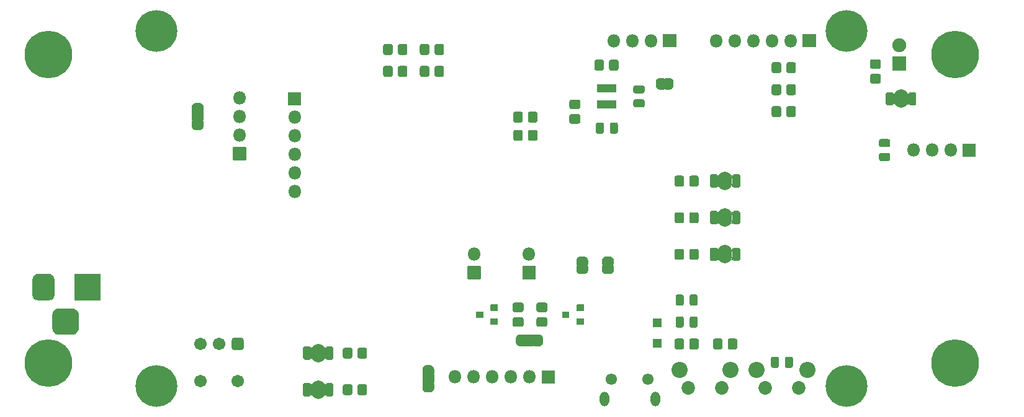
<source format=gbr>
G04 #@! TF.GenerationSoftware,KiCad,Pcbnew,(5.1.8-0-10_14)*
G04 #@! TF.CreationDate,2021-01-25T00:34:10-06:00*
G04 #@! TF.ProjectId,ClimateSprinklerController,436c696d-6174-4655-9370-72696e6b6c65,rev?*
G04 #@! TF.SameCoordinates,Original*
G04 #@! TF.FileFunction,Soldermask,Bot*
G04 #@! TF.FilePolarity,Negative*
%FSLAX46Y46*%
G04 Gerber Fmt 4.6, Leading zero omitted, Abs format (unit mm)*
G04 Created by KiCad (PCBNEW (5.1.8-0-10_14)) date 2021-01-25 00:34:10*
%MOMM*%
%LPD*%
G01*
G04 APERTURE LIST*
%ADD10O,1.802000X1.802000*%
%ADD11C,5.702000*%
%ADD12C,0.100000*%
%ADD13O,1.902000X2.502000*%
%ADD14C,1.702000*%
%ADD15C,1.552000*%
%ADD16O,1.302000X2.002000*%
%ADD17C,2.202000*%
%ADD18C,1.852000*%
%ADD19C,0.902000*%
%ADD20C,6.502000*%
%ADD21C,1.902000*%
G04 APERTURE END LIST*
D10*
X179280000Y-67050000D03*
X181820000Y-67050000D03*
X184360000Y-67050000D03*
X186900000Y-67050000D03*
X189440000Y-67050000D03*
G36*
G01*
X191130000Y-66149000D02*
X192830000Y-66149000D01*
G75*
G02*
X192881000Y-66200000I0J-51000D01*
G01*
X192881000Y-67900000D01*
G75*
G02*
X192830000Y-67951000I-51000J0D01*
G01*
X191130000Y-67951000D01*
G75*
G02*
X191079000Y-67900000I0J51000D01*
G01*
X191079000Y-66200000D01*
G75*
G02*
X191130000Y-66149000I51000J0D01*
G01*
G37*
D11*
X197050000Y-114270000D03*
X102950000Y-114270000D03*
X197050000Y-65730000D03*
X102950000Y-65730000D03*
G36*
G01*
X147151000Y-97900000D02*
X147151000Y-99600000D01*
G75*
G02*
X147100000Y-99651000I-51000J0D01*
G01*
X145400000Y-99651000D01*
G75*
G02*
X145349000Y-99600000I0J51000D01*
G01*
X145349000Y-97900000D01*
G75*
G02*
X145400000Y-97849000I51000J0D01*
G01*
X147100000Y-97849000D01*
G75*
G02*
X147151000Y-97900000I0J-51000D01*
G01*
G37*
D10*
X146250000Y-96210000D03*
G36*
G01*
X140151000Y-70770248D02*
X140151000Y-71729752D01*
G75*
G02*
X139879752Y-72001000I-271248J0D01*
G01*
X139120248Y-72001000D01*
G75*
G02*
X138849000Y-71729752I0J271248D01*
G01*
X138849000Y-70770248D01*
G75*
G02*
X139120248Y-70499000I271248J0D01*
G01*
X139879752Y-70499000D01*
G75*
G02*
X140151000Y-70770248I0J-271248D01*
G01*
G37*
G36*
G01*
X142151000Y-70770248D02*
X142151000Y-71729752D01*
G75*
G02*
X141879752Y-72001000I-271248J0D01*
G01*
X141120248Y-72001000D01*
G75*
G02*
X140849000Y-71729752I0J271248D01*
G01*
X140849000Y-70770248D01*
G75*
G02*
X141120248Y-70499000I271248J0D01*
G01*
X141879752Y-70499000D01*
G75*
G02*
X142151000Y-70770248I0J-271248D01*
G01*
G37*
D12*
G36*
X109335020Y-76679950D02*
G01*
X109332118Y-76689517D01*
X109327405Y-76698334D01*
X109321062Y-76706062D01*
X109313334Y-76712405D01*
X109304517Y-76717118D01*
X109294950Y-76720020D01*
X109285000Y-76721000D01*
X107785000Y-76721000D01*
X107775050Y-76720020D01*
X107765483Y-76717118D01*
X107756666Y-76712405D01*
X107748938Y-76706062D01*
X107742595Y-76698334D01*
X107737882Y-76689517D01*
X107734980Y-76679950D01*
X107734000Y-76670000D01*
X107734000Y-76120000D01*
X107734602Y-76113888D01*
X107734602Y-76095466D01*
X107734848Y-76090467D01*
X107739658Y-76041636D01*
X107740392Y-76036686D01*
X107749964Y-75988561D01*
X107751180Y-75983705D01*
X107765424Y-75936750D01*
X107767110Y-75932039D01*
X107785887Y-75886706D01*
X107788027Y-75882180D01*
X107811158Y-75838907D01*
X107813731Y-75834616D01*
X107840991Y-75793817D01*
X107843973Y-75789796D01*
X107875101Y-75751867D01*
X107878462Y-75748159D01*
X107913159Y-75713462D01*
X107916867Y-75710101D01*
X107954796Y-75678973D01*
X107958817Y-75675991D01*
X107999616Y-75648731D01*
X108003907Y-75646158D01*
X108047180Y-75623027D01*
X108051706Y-75620887D01*
X108097039Y-75602110D01*
X108101750Y-75600424D01*
X108148705Y-75586180D01*
X108153561Y-75584964D01*
X108201686Y-75575392D01*
X108206636Y-75574658D01*
X108255467Y-75569848D01*
X108260466Y-75569602D01*
X108278888Y-75569602D01*
X108285000Y-75569000D01*
X108785000Y-75569000D01*
X108791112Y-75569602D01*
X108809534Y-75569602D01*
X108814533Y-75569848D01*
X108863364Y-75574658D01*
X108868314Y-75575392D01*
X108916439Y-75584964D01*
X108921295Y-75586180D01*
X108968250Y-75600424D01*
X108972961Y-75602110D01*
X109018294Y-75620887D01*
X109022820Y-75623027D01*
X109066093Y-75646158D01*
X109070384Y-75648731D01*
X109111183Y-75675991D01*
X109115204Y-75678973D01*
X109153133Y-75710101D01*
X109156841Y-75713462D01*
X109191538Y-75748159D01*
X109194899Y-75751867D01*
X109226027Y-75789796D01*
X109229009Y-75793817D01*
X109256269Y-75834616D01*
X109258842Y-75838907D01*
X109281973Y-75882180D01*
X109284113Y-75886706D01*
X109302890Y-75932039D01*
X109304576Y-75936750D01*
X109318820Y-75983705D01*
X109320036Y-75988561D01*
X109329608Y-76036686D01*
X109330342Y-76041636D01*
X109335152Y-76090467D01*
X109335398Y-76095466D01*
X109335398Y-76113888D01*
X109336000Y-76120000D01*
X109336000Y-76670000D01*
X109335020Y-76679950D01*
G37*
G36*
X109335398Y-78726112D02*
G01*
X109335398Y-78744534D01*
X109335152Y-78749533D01*
X109330342Y-78798364D01*
X109329608Y-78803314D01*
X109320036Y-78851439D01*
X109318820Y-78856295D01*
X109304576Y-78903250D01*
X109302890Y-78907961D01*
X109284113Y-78953294D01*
X109281973Y-78957820D01*
X109258842Y-79001093D01*
X109256269Y-79005384D01*
X109229009Y-79046183D01*
X109226027Y-79050204D01*
X109194899Y-79088133D01*
X109191538Y-79091841D01*
X109156841Y-79126538D01*
X109153133Y-79129899D01*
X109115204Y-79161027D01*
X109111183Y-79164009D01*
X109070384Y-79191269D01*
X109066093Y-79193842D01*
X109022820Y-79216973D01*
X109018294Y-79219113D01*
X108972961Y-79237890D01*
X108968250Y-79239576D01*
X108921295Y-79253820D01*
X108916439Y-79255036D01*
X108868314Y-79264608D01*
X108863364Y-79265342D01*
X108814533Y-79270152D01*
X108809534Y-79270398D01*
X108791112Y-79270398D01*
X108785000Y-79271000D01*
X108285000Y-79271000D01*
X108278888Y-79270398D01*
X108260466Y-79270398D01*
X108255467Y-79270152D01*
X108206636Y-79265342D01*
X108201686Y-79264608D01*
X108153561Y-79255036D01*
X108148705Y-79253820D01*
X108101750Y-79239576D01*
X108097039Y-79237890D01*
X108051706Y-79219113D01*
X108047180Y-79216973D01*
X108003907Y-79193842D01*
X107999616Y-79191269D01*
X107958817Y-79164009D01*
X107954796Y-79161027D01*
X107916867Y-79129899D01*
X107913159Y-79126538D01*
X107878462Y-79091841D01*
X107875101Y-79088133D01*
X107843973Y-79050204D01*
X107840991Y-79046183D01*
X107813731Y-79005384D01*
X107811158Y-79001093D01*
X107788027Y-78957820D01*
X107785887Y-78953294D01*
X107767110Y-78907961D01*
X107765424Y-78903250D01*
X107751180Y-78856295D01*
X107749964Y-78851439D01*
X107740392Y-78803314D01*
X107739658Y-78798364D01*
X107734848Y-78749533D01*
X107734602Y-78744534D01*
X107734602Y-78726112D01*
X107734000Y-78720000D01*
X107734000Y-78170000D01*
X107734980Y-78160050D01*
X107737882Y-78150483D01*
X107742595Y-78141666D01*
X107748938Y-78133938D01*
X107756666Y-78127595D01*
X107765483Y-78122882D01*
X107775050Y-78119980D01*
X107785000Y-78119000D01*
X109285000Y-78119000D01*
X109294950Y-78119980D01*
X109304517Y-78122882D01*
X109313334Y-78127595D01*
X109321062Y-78133938D01*
X109327405Y-78141666D01*
X109332118Y-78150483D01*
X109335020Y-78160050D01*
X109336000Y-78170000D01*
X109336000Y-78720000D01*
X109335398Y-78726112D01*
G37*
G36*
G01*
X107785000Y-76869000D02*
X109285000Y-76869000D01*
G75*
G02*
X109336000Y-76920000I0J-51000D01*
G01*
X109336000Y-77920000D01*
G75*
G02*
X109285000Y-77971000I-51000J0D01*
G01*
X107785000Y-77971000D01*
G75*
G02*
X107734000Y-77920000I0J51000D01*
G01*
X107734000Y-76920000D01*
G75*
G02*
X107785000Y-76869000I51000J0D01*
G01*
G37*
G36*
G01*
X159520248Y-77099000D02*
X160479752Y-77099000D01*
G75*
G02*
X160751000Y-77370248I0J-271248D01*
G01*
X160751000Y-78129752D01*
G75*
G02*
X160479752Y-78401000I-271248J0D01*
G01*
X159520248Y-78401000D01*
G75*
G02*
X159249000Y-78129752I0J271248D01*
G01*
X159249000Y-77370248D01*
G75*
G02*
X159520248Y-77099000I271248J0D01*
G01*
G37*
G36*
G01*
X159520248Y-75099000D02*
X160479752Y-75099000D01*
G75*
G02*
X160751000Y-75370248I0J-271248D01*
G01*
X160751000Y-76129752D01*
G75*
G02*
X160479752Y-76401000I-271248J0D01*
G01*
X159520248Y-76401000D01*
G75*
G02*
X159249000Y-76129752I0J271248D01*
G01*
X159249000Y-75370248D01*
G75*
G02*
X159520248Y-75099000I271248J0D01*
G01*
G37*
G36*
G01*
X170700000Y-107799000D02*
X171800000Y-107799000D01*
G75*
G02*
X171851000Y-107850000I0J-51000D01*
G01*
X171851000Y-108950000D01*
G75*
G02*
X171800000Y-109001000I-51000J0D01*
G01*
X170700000Y-109001000D01*
G75*
G02*
X170649000Y-108950000I0J51000D01*
G01*
X170649000Y-107850000D01*
G75*
G02*
X170700000Y-107799000I51000J0D01*
G01*
G37*
G36*
G01*
X170700000Y-104999000D02*
X171800000Y-104999000D01*
G75*
G02*
X171851000Y-105050000I0J-51000D01*
G01*
X171851000Y-106150000D01*
G75*
G02*
X171800000Y-106201000I-51000J0D01*
G01*
X170700000Y-106201000D01*
G75*
G02*
X170649000Y-106150000I0J51000D01*
G01*
X170649000Y-105050000D01*
G75*
G02*
X170700000Y-104999000I51000J0D01*
G01*
G37*
G36*
G01*
X174901000Y-85770248D02*
X174901000Y-86729752D01*
G75*
G02*
X174629752Y-87001000I-271248J0D01*
G01*
X173870248Y-87001000D01*
G75*
G02*
X173599000Y-86729752I0J271248D01*
G01*
X173599000Y-85770248D01*
G75*
G02*
X173870248Y-85499000I271248J0D01*
G01*
X174629752Y-85499000D01*
G75*
G02*
X174901000Y-85770248I0J-271248D01*
G01*
G37*
G36*
G01*
X176901000Y-85770248D02*
X176901000Y-86729752D01*
G75*
G02*
X176629752Y-87001000I-271248J0D01*
G01*
X175870248Y-87001000D01*
G75*
G02*
X175599000Y-86729752I0J271248D01*
G01*
X175599000Y-85770248D01*
G75*
G02*
X175870248Y-85499000I271248J0D01*
G01*
X176629752Y-85499000D01*
G75*
G02*
X176901000Y-85770248I0J-271248D01*
G01*
G37*
D13*
X180500000Y-86250000D03*
G36*
G01*
X181524000Y-86965600D02*
X181524000Y-85534400D01*
G75*
G02*
X181734400Y-85324000I210400J0D01*
G01*
X182365600Y-85324000D01*
G75*
G02*
X182576000Y-85534400I0J-210400D01*
G01*
X182576000Y-86965600D01*
G75*
G02*
X182365600Y-87176000I-210400J0D01*
G01*
X181734400Y-87176000D01*
G75*
G02*
X181524000Y-86965600I0J210400D01*
G01*
G37*
G36*
G01*
X178424000Y-86965600D02*
X178424000Y-85534400D01*
G75*
G02*
X178634400Y-85324000I210400J0D01*
G01*
X179265600Y-85324000D01*
G75*
G02*
X179476000Y-85534400I0J-210400D01*
G01*
X179476000Y-86965600D01*
G75*
G02*
X179265600Y-87176000I-210400J0D01*
G01*
X178634400Y-87176000D01*
G75*
G02*
X178424000Y-86965600I0J210400D01*
G01*
G37*
D12*
G36*
X172109950Y-72134980D02*
G01*
X172119517Y-72137882D01*
X172128334Y-72142595D01*
X172136062Y-72148938D01*
X172142405Y-72156666D01*
X172147118Y-72165483D01*
X172150020Y-72175050D01*
X172151000Y-72185000D01*
X172151000Y-73685000D01*
X172150020Y-73694950D01*
X172147118Y-73704517D01*
X172142405Y-73713334D01*
X172136062Y-73721062D01*
X172128334Y-73727405D01*
X172119517Y-73732118D01*
X172109950Y-73735020D01*
X172100000Y-73736000D01*
X171600000Y-73736000D01*
X171593888Y-73735398D01*
X171575466Y-73735398D01*
X171570467Y-73735152D01*
X171521636Y-73730342D01*
X171516686Y-73729608D01*
X171468561Y-73720036D01*
X171463705Y-73718820D01*
X171416750Y-73704576D01*
X171412039Y-73702890D01*
X171366706Y-73684113D01*
X171362180Y-73681973D01*
X171318907Y-73658842D01*
X171314616Y-73656269D01*
X171273817Y-73629009D01*
X171269796Y-73626027D01*
X171231867Y-73594899D01*
X171228159Y-73591538D01*
X171193462Y-73556841D01*
X171190101Y-73553133D01*
X171158973Y-73515204D01*
X171155991Y-73511183D01*
X171128731Y-73470384D01*
X171126158Y-73466093D01*
X171103027Y-73422820D01*
X171100887Y-73418294D01*
X171082110Y-73372961D01*
X171080424Y-73368250D01*
X171066180Y-73321295D01*
X171064964Y-73316439D01*
X171055392Y-73268314D01*
X171054658Y-73263364D01*
X171049848Y-73214533D01*
X171049602Y-73209534D01*
X171049602Y-73191112D01*
X171049000Y-73185000D01*
X171049000Y-72685000D01*
X171049602Y-72678888D01*
X171049602Y-72660466D01*
X171049848Y-72655467D01*
X171054658Y-72606636D01*
X171055392Y-72601686D01*
X171064964Y-72553561D01*
X171066180Y-72548705D01*
X171080424Y-72501750D01*
X171082110Y-72497039D01*
X171100887Y-72451706D01*
X171103027Y-72447180D01*
X171126158Y-72403907D01*
X171128731Y-72399616D01*
X171155991Y-72358817D01*
X171158973Y-72354796D01*
X171190101Y-72316867D01*
X171193462Y-72313159D01*
X171228159Y-72278462D01*
X171231867Y-72275101D01*
X171269796Y-72243973D01*
X171273817Y-72240991D01*
X171314616Y-72213731D01*
X171318907Y-72211158D01*
X171362180Y-72188027D01*
X171366706Y-72185887D01*
X171412039Y-72167110D01*
X171416750Y-72165424D01*
X171463705Y-72151180D01*
X171468561Y-72149964D01*
X171516686Y-72140392D01*
X171521636Y-72139658D01*
X171570467Y-72134848D01*
X171575466Y-72134602D01*
X171593888Y-72134602D01*
X171600000Y-72134000D01*
X172100000Y-72134000D01*
X172109950Y-72134980D01*
G37*
G36*
X172906112Y-72134602D02*
G01*
X172924534Y-72134602D01*
X172929533Y-72134848D01*
X172978364Y-72139658D01*
X172983314Y-72140392D01*
X173031439Y-72149964D01*
X173036295Y-72151180D01*
X173083250Y-72165424D01*
X173087961Y-72167110D01*
X173133294Y-72185887D01*
X173137820Y-72188027D01*
X173181093Y-72211158D01*
X173185384Y-72213731D01*
X173226183Y-72240991D01*
X173230204Y-72243973D01*
X173268133Y-72275101D01*
X173271841Y-72278462D01*
X173306538Y-72313159D01*
X173309899Y-72316867D01*
X173341027Y-72354796D01*
X173344009Y-72358817D01*
X173371269Y-72399616D01*
X173373842Y-72403907D01*
X173396973Y-72447180D01*
X173399113Y-72451706D01*
X173417890Y-72497039D01*
X173419576Y-72501750D01*
X173433820Y-72548705D01*
X173435036Y-72553561D01*
X173444608Y-72601686D01*
X173445342Y-72606636D01*
X173450152Y-72655467D01*
X173450398Y-72660466D01*
X173450398Y-72678888D01*
X173451000Y-72685000D01*
X173451000Y-73185000D01*
X173450398Y-73191112D01*
X173450398Y-73209534D01*
X173450152Y-73214533D01*
X173445342Y-73263364D01*
X173444608Y-73268314D01*
X173435036Y-73316439D01*
X173433820Y-73321295D01*
X173419576Y-73368250D01*
X173417890Y-73372961D01*
X173399113Y-73418294D01*
X173396973Y-73422820D01*
X173373842Y-73466093D01*
X173371269Y-73470384D01*
X173344009Y-73511183D01*
X173341027Y-73515204D01*
X173309899Y-73553133D01*
X173306538Y-73556841D01*
X173271841Y-73591538D01*
X173268133Y-73594899D01*
X173230204Y-73626027D01*
X173226183Y-73629009D01*
X173185384Y-73656269D01*
X173181093Y-73658842D01*
X173137820Y-73681973D01*
X173133294Y-73684113D01*
X173087961Y-73702890D01*
X173083250Y-73704576D01*
X173036295Y-73718820D01*
X173031439Y-73720036D01*
X172983314Y-73729608D01*
X172978364Y-73730342D01*
X172929533Y-73735152D01*
X172924534Y-73735398D01*
X172906112Y-73735398D01*
X172900000Y-73736000D01*
X172400000Y-73736000D01*
X172390050Y-73735020D01*
X172380483Y-73732118D01*
X172371666Y-73727405D01*
X172363938Y-73721062D01*
X172357595Y-73713334D01*
X172352882Y-73704517D01*
X172349980Y-73694950D01*
X172349000Y-73685000D01*
X172349000Y-72185000D01*
X172349980Y-72175050D01*
X172352882Y-72165483D01*
X172357595Y-72156666D01*
X172363938Y-72148938D01*
X172371666Y-72142595D01*
X172380483Y-72137882D01*
X172390050Y-72134980D01*
X172400000Y-72134000D01*
X172900000Y-72134000D01*
X172906112Y-72134602D01*
G37*
G36*
G01*
X164685001Y-74151000D02*
X164034999Y-74151000D01*
G75*
G02*
X163984000Y-74100001I0J50999D01*
G01*
X163984000Y-73039999D01*
G75*
G02*
X164034999Y-72989000I50999J0D01*
G01*
X164685001Y-72989000D01*
G75*
G02*
X164736000Y-73039999I0J-50999D01*
G01*
X164736000Y-74100001D01*
G75*
G02*
X164685001Y-74151000I-50999J0D01*
G01*
G37*
G36*
G01*
X165635001Y-74151000D02*
X164984999Y-74151000D01*
G75*
G02*
X164934000Y-74100001I0J50999D01*
G01*
X164934000Y-73039999D01*
G75*
G02*
X164984999Y-72989000I50999J0D01*
G01*
X165635001Y-72989000D01*
G75*
G02*
X165686000Y-73039999I0J-50999D01*
G01*
X165686000Y-74100001D01*
G75*
G02*
X165635001Y-74151000I-50999J0D01*
G01*
G37*
G36*
G01*
X163735001Y-74151000D02*
X163084999Y-74151000D01*
G75*
G02*
X163034000Y-74100001I0J50999D01*
G01*
X163034000Y-73039999D01*
G75*
G02*
X163084999Y-72989000I50999J0D01*
G01*
X163735001Y-72989000D01*
G75*
G02*
X163786000Y-73039999I0J-50999D01*
G01*
X163786000Y-74100001D01*
G75*
G02*
X163735001Y-74151000I-50999J0D01*
G01*
G37*
G36*
G01*
X163735001Y-76351000D02*
X163084999Y-76351000D01*
G75*
G02*
X163034000Y-76300001I0J50999D01*
G01*
X163034000Y-75239999D01*
G75*
G02*
X163084999Y-75189000I50999J0D01*
G01*
X163735001Y-75189000D01*
G75*
G02*
X163786000Y-75239999I0J-50999D01*
G01*
X163786000Y-76300001D01*
G75*
G02*
X163735001Y-76351000I-50999J0D01*
G01*
G37*
G36*
G01*
X164685001Y-76351000D02*
X164034999Y-76351000D01*
G75*
G02*
X163984000Y-76300001I0J50999D01*
G01*
X163984000Y-75239999D01*
G75*
G02*
X164034999Y-75189000I50999J0D01*
G01*
X164685001Y-75189000D01*
G75*
G02*
X164736000Y-75239999I0J-50999D01*
G01*
X164736000Y-76300001D01*
G75*
G02*
X164685001Y-76351000I-50999J0D01*
G01*
G37*
G36*
G01*
X165635001Y-76351000D02*
X164984999Y-76351000D01*
G75*
G02*
X164934000Y-76300001I0J50999D01*
G01*
X164934000Y-75239999D01*
G75*
G02*
X164984999Y-75189000I50999J0D01*
G01*
X165635001Y-75189000D01*
G75*
G02*
X165686000Y-75239999I0J-50999D01*
G01*
X165686000Y-76300001D01*
G75*
G02*
X165635001Y-76351000I-50999J0D01*
G01*
G37*
G36*
G01*
X164659000Y-70874752D02*
X164659000Y-69915248D01*
G75*
G02*
X164930248Y-69644000I271248J0D01*
G01*
X165689752Y-69644000D01*
G75*
G02*
X165961000Y-69915248I0J-271248D01*
G01*
X165961000Y-70874752D01*
G75*
G02*
X165689752Y-71146000I-271248J0D01*
G01*
X164930248Y-71146000D01*
G75*
G02*
X164659000Y-70874752I0J271248D01*
G01*
G37*
G36*
G01*
X162659000Y-70874752D02*
X162659000Y-69915248D01*
G75*
G02*
X162930248Y-69644000I271248J0D01*
G01*
X163689752Y-69644000D01*
G75*
G02*
X163961000Y-69915248I0J-271248D01*
G01*
X163961000Y-70874752D01*
G75*
G02*
X163689752Y-71146000I-271248J0D01*
G01*
X162930248Y-71146000D01*
G75*
G02*
X162659000Y-70874752I0J271248D01*
G01*
G37*
G36*
G01*
X168249500Y-75069000D02*
X169250500Y-75069000D01*
G75*
G02*
X169526000Y-75344500I0J-275500D01*
G01*
X169526000Y-75895500D01*
G75*
G02*
X169250500Y-76171000I-275500J0D01*
G01*
X168249500Y-76171000D01*
G75*
G02*
X167974000Y-75895500I0J275500D01*
G01*
X167974000Y-75344500D01*
G75*
G02*
X168249500Y-75069000I275500J0D01*
G01*
G37*
G36*
G01*
X168249500Y-73169000D02*
X169250500Y-73169000D01*
G75*
G02*
X169526000Y-73444500I0J-275500D01*
G01*
X169526000Y-73995500D01*
G75*
G02*
X169250500Y-74271000I-275500J0D01*
G01*
X168249500Y-74271000D01*
G75*
G02*
X167974000Y-73995500I0J275500D01*
G01*
X167974000Y-73444500D01*
G75*
G02*
X168249500Y-73169000I275500J0D01*
G01*
G37*
G36*
G01*
X163961000Y-78499500D02*
X163961000Y-79500500D01*
G75*
G02*
X163685500Y-79776000I-275500J0D01*
G01*
X163134500Y-79776000D01*
G75*
G02*
X162859000Y-79500500I0J275500D01*
G01*
X162859000Y-78499500D01*
G75*
G02*
X163134500Y-78224000I275500J0D01*
G01*
X163685500Y-78224000D01*
G75*
G02*
X163961000Y-78499500I0J-275500D01*
G01*
G37*
G36*
G01*
X165861000Y-78499500D02*
X165861000Y-79500500D01*
G75*
G02*
X165585500Y-79776000I-275500J0D01*
G01*
X165034500Y-79776000D01*
G75*
G02*
X164759000Y-79500500I0J275500D01*
G01*
X164759000Y-78499500D01*
G75*
G02*
X165034500Y-78224000I275500J0D01*
G01*
X165585500Y-78224000D01*
G75*
G02*
X165861000Y-78499500I0J-275500D01*
G01*
G37*
D14*
X108920000Y-113580000D03*
X114000000Y-113580000D03*
G36*
G01*
X114425500Y-109351000D02*
X113574500Y-109351000D01*
G75*
G02*
X113149000Y-108925500I0J425500D01*
G01*
X113149000Y-108074500D01*
G75*
G02*
X113574500Y-107649000I425500J0D01*
G01*
X114425500Y-107649000D01*
G75*
G02*
X114851000Y-108074500I0J-425500D01*
G01*
X114851000Y-108925500D01*
G75*
G02*
X114425500Y-109351000I-425500J0D01*
G01*
G37*
X111460000Y-108500000D03*
X108920000Y-108500000D03*
G36*
G01*
X175649000Y-106000500D02*
X175649000Y-104999500D01*
G75*
G02*
X175924500Y-104724000I275500J0D01*
G01*
X176475500Y-104724000D01*
G75*
G02*
X176751000Y-104999500I0J-275500D01*
G01*
X176751000Y-106000500D01*
G75*
G02*
X176475500Y-106276000I-275500J0D01*
G01*
X175924500Y-106276000D01*
G75*
G02*
X175649000Y-106000500I0J275500D01*
G01*
G37*
G36*
G01*
X173749000Y-106000500D02*
X173749000Y-104999500D01*
G75*
G02*
X174024500Y-104724000I275500J0D01*
G01*
X174575500Y-104724000D01*
G75*
G02*
X174851000Y-104999500I0J-275500D01*
G01*
X174851000Y-106000500D01*
G75*
G02*
X174575500Y-106276000I-275500J0D01*
G01*
X174024500Y-106276000D01*
G75*
G02*
X173749000Y-106000500I0J275500D01*
G01*
G37*
G36*
G01*
X182151000Y-108019816D02*
X182151000Y-108980184D01*
G75*
G02*
X181880184Y-109251000I-270816J0D01*
G01*
X181119816Y-109251000D01*
G75*
G02*
X180849000Y-108980184I0J270816D01*
G01*
X180849000Y-108019816D01*
G75*
G02*
X181119816Y-107749000I270816J0D01*
G01*
X181880184Y-107749000D01*
G75*
G02*
X182151000Y-108019816I0J-270816D01*
G01*
G37*
G36*
G01*
X180151000Y-108019816D02*
X180151000Y-108980184D01*
G75*
G02*
X179880184Y-109251000I-270816J0D01*
G01*
X179119816Y-109251000D01*
G75*
G02*
X178849000Y-108980184I0J270816D01*
G01*
X178849000Y-108019816D01*
G75*
G02*
X179119816Y-107749000I270816J0D01*
G01*
X179880184Y-107749000D01*
G75*
G02*
X180151000Y-108019816I0J-270816D01*
G01*
G37*
G36*
G01*
X176901000Y-108020248D02*
X176901000Y-108979752D01*
G75*
G02*
X176629752Y-109251000I-271248J0D01*
G01*
X175870248Y-109251000D01*
G75*
G02*
X175599000Y-108979752I0J271248D01*
G01*
X175599000Y-108020248D01*
G75*
G02*
X175870248Y-107749000I271248J0D01*
G01*
X176629752Y-107749000D01*
G75*
G02*
X176901000Y-108020248I0J-271248D01*
G01*
G37*
G36*
G01*
X174901000Y-108020248D02*
X174901000Y-108979752D01*
G75*
G02*
X174629752Y-109251000I-271248J0D01*
G01*
X173870248Y-109251000D01*
G75*
G02*
X173599000Y-108979752I0J271248D01*
G01*
X173599000Y-108020248D01*
G75*
G02*
X173870248Y-107749000I271248J0D01*
G01*
X174629752Y-107749000D01*
G75*
G02*
X174901000Y-108020248I0J-271248D01*
G01*
G37*
G36*
G01*
X174901000Y-90770248D02*
X174901000Y-91729752D01*
G75*
G02*
X174629752Y-92001000I-271248J0D01*
G01*
X173870248Y-92001000D01*
G75*
G02*
X173599000Y-91729752I0J271248D01*
G01*
X173599000Y-90770248D01*
G75*
G02*
X173870248Y-90499000I271248J0D01*
G01*
X174629752Y-90499000D01*
G75*
G02*
X174901000Y-90770248I0J-271248D01*
G01*
G37*
G36*
G01*
X176901000Y-90770248D02*
X176901000Y-91729752D01*
G75*
G02*
X176629752Y-92001000I-271248J0D01*
G01*
X175870248Y-92001000D01*
G75*
G02*
X175599000Y-91729752I0J271248D01*
G01*
X175599000Y-90770248D01*
G75*
G02*
X175870248Y-90499000I271248J0D01*
G01*
X176629752Y-90499000D01*
G75*
G02*
X176901000Y-90770248I0J-271248D01*
G01*
G37*
G36*
G01*
X174901000Y-95770248D02*
X174901000Y-96729752D01*
G75*
G02*
X174629752Y-97001000I-271248J0D01*
G01*
X173870248Y-97001000D01*
G75*
G02*
X173599000Y-96729752I0J271248D01*
G01*
X173599000Y-95770248D01*
G75*
G02*
X173870248Y-95499000I271248J0D01*
G01*
X174629752Y-95499000D01*
G75*
G02*
X174901000Y-95770248I0J-271248D01*
G01*
G37*
G36*
G01*
X176901000Y-95770248D02*
X176901000Y-96729752D01*
G75*
G02*
X176629752Y-97001000I-271248J0D01*
G01*
X175870248Y-97001000D01*
G75*
G02*
X175599000Y-96729752I0J271248D01*
G01*
X175599000Y-95770248D01*
G75*
G02*
X175870248Y-95499000I271248J0D01*
G01*
X176629752Y-95499000D01*
G75*
G02*
X176901000Y-95770248I0J-271248D01*
G01*
G37*
D15*
X165000000Y-113287500D03*
X170000000Y-113287500D03*
D16*
X164000000Y-115987500D03*
X171000000Y-115987500D03*
D13*
X180500000Y-91250000D03*
G36*
G01*
X181524000Y-91965600D02*
X181524000Y-90534400D01*
G75*
G02*
X181734400Y-90324000I210400J0D01*
G01*
X182365600Y-90324000D01*
G75*
G02*
X182576000Y-90534400I0J-210400D01*
G01*
X182576000Y-91965600D01*
G75*
G02*
X182365600Y-92176000I-210400J0D01*
G01*
X181734400Y-92176000D01*
G75*
G02*
X181524000Y-91965600I0J210400D01*
G01*
G37*
G36*
G01*
X178424000Y-91965600D02*
X178424000Y-90534400D01*
G75*
G02*
X178634400Y-90324000I210400J0D01*
G01*
X179265600Y-90324000D01*
G75*
G02*
X179476000Y-90534400I0J-210400D01*
G01*
X179476000Y-91965600D01*
G75*
G02*
X179265600Y-92176000I-210400J0D01*
G01*
X178634400Y-92176000D01*
G75*
G02*
X178424000Y-91965600I0J210400D01*
G01*
G37*
X180500000Y-96250000D03*
G36*
G01*
X181524000Y-96965600D02*
X181524000Y-95534400D01*
G75*
G02*
X181734400Y-95324000I210400J0D01*
G01*
X182365600Y-95324000D01*
G75*
G02*
X182576000Y-95534400I0J-210400D01*
G01*
X182576000Y-96965600D01*
G75*
G02*
X182365600Y-97176000I-210400J0D01*
G01*
X181734400Y-97176000D01*
G75*
G02*
X181524000Y-96965600I0J210400D01*
G01*
G37*
G36*
G01*
X178424000Y-96965600D02*
X178424000Y-95534400D01*
G75*
G02*
X178634400Y-95324000I210400J0D01*
G01*
X179265600Y-95324000D01*
G75*
G02*
X179476000Y-95534400I0J-210400D01*
G01*
X179476000Y-96965600D01*
G75*
G02*
X179265600Y-97176000I-210400J0D01*
G01*
X178634400Y-97176000D01*
G75*
G02*
X178424000Y-96965600I0J210400D01*
G01*
G37*
G36*
G01*
X175649000Y-103000500D02*
X175649000Y-101999500D01*
G75*
G02*
X175924500Y-101724000I275500J0D01*
G01*
X176475500Y-101724000D01*
G75*
G02*
X176751000Y-101999500I0J-275500D01*
G01*
X176751000Y-103000500D01*
G75*
G02*
X176475500Y-103276000I-275500J0D01*
G01*
X175924500Y-103276000D01*
G75*
G02*
X175649000Y-103000500I0J275500D01*
G01*
G37*
G36*
G01*
X173749000Y-103000500D02*
X173749000Y-101999500D01*
G75*
G02*
X174024500Y-101724000I275500J0D01*
G01*
X174575500Y-101724000D01*
G75*
G02*
X174851000Y-101999500I0J-275500D01*
G01*
X174851000Y-103000500D01*
G75*
G02*
X174575500Y-103276000I-275500J0D01*
G01*
X174024500Y-103276000D01*
G75*
G02*
X173749000Y-103000500I0J275500D01*
G01*
G37*
G36*
G01*
X155020248Y-104849000D02*
X155979752Y-104849000D01*
G75*
G02*
X156251000Y-105120248I0J-271248D01*
G01*
X156251000Y-105879752D01*
G75*
G02*
X155979752Y-106151000I-271248J0D01*
G01*
X155020248Y-106151000D01*
G75*
G02*
X154749000Y-105879752I0J271248D01*
G01*
X154749000Y-105120248D01*
G75*
G02*
X155020248Y-104849000I271248J0D01*
G01*
G37*
G36*
G01*
X155020248Y-102849000D02*
X155979752Y-102849000D01*
G75*
G02*
X156251000Y-103120248I0J-271248D01*
G01*
X156251000Y-103879752D01*
G75*
G02*
X155979752Y-104151000I-271248J0D01*
G01*
X155020248Y-104151000D01*
G75*
G02*
X154749000Y-103879752I0J271248D01*
G01*
X154749000Y-103120248D01*
G75*
G02*
X155020248Y-102849000I271248J0D01*
G01*
G37*
G36*
G01*
X152729752Y-106151000D02*
X151770248Y-106151000D01*
G75*
G02*
X151499000Y-105879752I0J271248D01*
G01*
X151499000Y-105120248D01*
G75*
G02*
X151770248Y-104849000I271248J0D01*
G01*
X152729752Y-104849000D01*
G75*
G02*
X153001000Y-105120248I0J-271248D01*
G01*
X153001000Y-105879752D01*
G75*
G02*
X152729752Y-106151000I-271248J0D01*
G01*
G37*
G36*
G01*
X152729752Y-104151000D02*
X151770248Y-104151000D01*
G75*
G02*
X151499000Y-103879752I0J271248D01*
G01*
X151499000Y-103120248D01*
G75*
G02*
X151770248Y-102849000I271248J0D01*
G01*
X152729752Y-102849000D01*
G75*
G02*
X153001000Y-103120248I0J-271248D01*
G01*
X153001000Y-103879752D01*
G75*
G02*
X152729752Y-104151000I-271248J0D01*
G01*
G37*
G36*
G01*
X149501000Y-103150000D02*
X149501000Y-103950000D01*
G75*
G02*
X149450000Y-104001000I-51000J0D01*
G01*
X148550000Y-104001000D01*
G75*
G02*
X148499000Y-103950000I0J51000D01*
G01*
X148499000Y-103150000D01*
G75*
G02*
X148550000Y-103099000I51000J0D01*
G01*
X149450000Y-103099000D01*
G75*
G02*
X149501000Y-103150000I0J-51000D01*
G01*
G37*
G36*
G01*
X149501000Y-105050000D02*
X149501000Y-105850000D01*
G75*
G02*
X149450000Y-105901000I-51000J0D01*
G01*
X148550000Y-105901000D01*
G75*
G02*
X148499000Y-105850000I0J51000D01*
G01*
X148499000Y-105050000D01*
G75*
G02*
X148550000Y-104999000I51000J0D01*
G01*
X149450000Y-104999000D01*
G75*
G02*
X149501000Y-105050000I0J-51000D01*
G01*
G37*
G36*
G01*
X147501000Y-104100000D02*
X147501000Y-104900000D01*
G75*
G02*
X147450000Y-104951000I-51000J0D01*
G01*
X146550000Y-104951000D01*
G75*
G02*
X146499000Y-104900000I0J51000D01*
G01*
X146499000Y-104100000D01*
G75*
G02*
X146550000Y-104049000I51000J0D01*
G01*
X147450000Y-104049000D01*
G75*
G02*
X147501000Y-104100000I0J-51000D01*
G01*
G37*
G36*
G01*
X161251000Y-103150000D02*
X161251000Y-103950000D01*
G75*
G02*
X161200000Y-104001000I-51000J0D01*
G01*
X160300000Y-104001000D01*
G75*
G02*
X160249000Y-103950000I0J51000D01*
G01*
X160249000Y-103150000D01*
G75*
G02*
X160300000Y-103099000I51000J0D01*
G01*
X161200000Y-103099000D01*
G75*
G02*
X161251000Y-103150000I0J-51000D01*
G01*
G37*
G36*
G01*
X161251000Y-105050000D02*
X161251000Y-105850000D01*
G75*
G02*
X161200000Y-105901000I-51000J0D01*
G01*
X160300000Y-105901000D01*
G75*
G02*
X160249000Y-105850000I0J51000D01*
G01*
X160249000Y-105050000D01*
G75*
G02*
X160300000Y-104999000I51000J0D01*
G01*
X161200000Y-104999000D01*
G75*
G02*
X161251000Y-105050000I0J-51000D01*
G01*
G37*
G36*
G01*
X159251000Y-104100000D02*
X159251000Y-104900000D01*
G75*
G02*
X159200000Y-104951000I-51000J0D01*
G01*
X158300000Y-104951000D01*
G75*
G02*
X158249000Y-104900000I0J51000D01*
G01*
X158249000Y-104100000D01*
G75*
G02*
X158300000Y-104049000I51000J0D01*
G01*
X159200000Y-104049000D01*
G75*
G02*
X159251000Y-104100000I0J-51000D01*
G01*
G37*
D12*
G36*
X160199980Y-97890050D02*
G01*
X160202882Y-97880483D01*
X160207595Y-97871666D01*
X160213938Y-97863938D01*
X160221666Y-97857595D01*
X160230483Y-97852882D01*
X160240050Y-97849980D01*
X160250000Y-97849000D01*
X161750000Y-97849000D01*
X161759950Y-97849980D01*
X161769517Y-97852882D01*
X161778334Y-97857595D01*
X161786062Y-97863938D01*
X161792405Y-97871666D01*
X161797118Y-97880483D01*
X161800020Y-97890050D01*
X161801000Y-97900000D01*
X161801000Y-98400000D01*
X161800398Y-98406112D01*
X161800398Y-98424534D01*
X161800152Y-98429533D01*
X161795342Y-98478364D01*
X161794608Y-98483314D01*
X161785036Y-98531439D01*
X161783820Y-98536295D01*
X161769576Y-98583250D01*
X161767890Y-98587961D01*
X161749113Y-98633294D01*
X161746973Y-98637820D01*
X161723842Y-98681093D01*
X161721269Y-98685384D01*
X161694009Y-98726183D01*
X161691027Y-98730204D01*
X161659899Y-98768133D01*
X161656538Y-98771841D01*
X161621841Y-98806538D01*
X161618133Y-98809899D01*
X161580204Y-98841027D01*
X161576183Y-98844009D01*
X161535384Y-98871269D01*
X161531093Y-98873842D01*
X161487820Y-98896973D01*
X161483294Y-98899113D01*
X161437961Y-98917890D01*
X161433250Y-98919576D01*
X161386295Y-98933820D01*
X161381439Y-98935036D01*
X161333314Y-98944608D01*
X161328364Y-98945342D01*
X161279533Y-98950152D01*
X161274534Y-98950398D01*
X161256112Y-98950398D01*
X161250000Y-98951000D01*
X160750000Y-98951000D01*
X160743888Y-98950398D01*
X160725466Y-98950398D01*
X160720467Y-98950152D01*
X160671636Y-98945342D01*
X160666686Y-98944608D01*
X160618561Y-98935036D01*
X160613705Y-98933820D01*
X160566750Y-98919576D01*
X160562039Y-98917890D01*
X160516706Y-98899113D01*
X160512180Y-98896973D01*
X160468907Y-98873842D01*
X160464616Y-98871269D01*
X160423817Y-98844009D01*
X160419796Y-98841027D01*
X160381867Y-98809899D01*
X160378159Y-98806538D01*
X160343462Y-98771841D01*
X160340101Y-98768133D01*
X160308973Y-98730204D01*
X160305991Y-98726183D01*
X160278731Y-98685384D01*
X160276158Y-98681093D01*
X160253027Y-98637820D01*
X160250887Y-98633294D01*
X160232110Y-98587961D01*
X160230424Y-98583250D01*
X160216180Y-98536295D01*
X160214964Y-98531439D01*
X160205392Y-98483314D01*
X160204658Y-98478364D01*
X160199848Y-98429533D01*
X160199602Y-98424534D01*
X160199602Y-98406112D01*
X160199000Y-98400000D01*
X160199000Y-97900000D01*
X160199980Y-97890050D01*
G37*
G36*
X160199602Y-97093888D02*
G01*
X160199602Y-97075466D01*
X160199848Y-97070467D01*
X160204658Y-97021636D01*
X160205392Y-97016686D01*
X160214964Y-96968561D01*
X160216180Y-96963705D01*
X160230424Y-96916750D01*
X160232110Y-96912039D01*
X160250887Y-96866706D01*
X160253027Y-96862180D01*
X160276158Y-96818907D01*
X160278731Y-96814616D01*
X160305991Y-96773817D01*
X160308973Y-96769796D01*
X160340101Y-96731867D01*
X160343462Y-96728159D01*
X160378159Y-96693462D01*
X160381867Y-96690101D01*
X160419796Y-96658973D01*
X160423817Y-96655991D01*
X160464616Y-96628731D01*
X160468907Y-96626158D01*
X160512180Y-96603027D01*
X160516706Y-96600887D01*
X160562039Y-96582110D01*
X160566750Y-96580424D01*
X160613705Y-96566180D01*
X160618561Y-96564964D01*
X160666686Y-96555392D01*
X160671636Y-96554658D01*
X160720467Y-96549848D01*
X160725466Y-96549602D01*
X160743888Y-96549602D01*
X160750000Y-96549000D01*
X161250000Y-96549000D01*
X161256112Y-96549602D01*
X161274534Y-96549602D01*
X161279533Y-96549848D01*
X161328364Y-96554658D01*
X161333314Y-96555392D01*
X161381439Y-96564964D01*
X161386295Y-96566180D01*
X161433250Y-96580424D01*
X161437961Y-96582110D01*
X161483294Y-96600887D01*
X161487820Y-96603027D01*
X161531093Y-96626158D01*
X161535384Y-96628731D01*
X161576183Y-96655991D01*
X161580204Y-96658973D01*
X161618133Y-96690101D01*
X161621841Y-96693462D01*
X161656538Y-96728159D01*
X161659899Y-96731867D01*
X161691027Y-96769796D01*
X161694009Y-96773817D01*
X161721269Y-96814616D01*
X161723842Y-96818907D01*
X161746973Y-96862180D01*
X161749113Y-96866706D01*
X161767890Y-96912039D01*
X161769576Y-96916750D01*
X161783820Y-96963705D01*
X161785036Y-96968561D01*
X161794608Y-97016686D01*
X161795342Y-97021636D01*
X161800152Y-97070467D01*
X161800398Y-97075466D01*
X161800398Y-97093888D01*
X161801000Y-97100000D01*
X161801000Y-97600000D01*
X161800020Y-97609950D01*
X161797118Y-97619517D01*
X161792405Y-97628334D01*
X161786062Y-97636062D01*
X161778334Y-97642405D01*
X161769517Y-97647118D01*
X161759950Y-97650020D01*
X161750000Y-97651000D01*
X160250000Y-97651000D01*
X160240050Y-97650020D01*
X160230483Y-97647118D01*
X160221666Y-97642405D01*
X160213938Y-97636062D01*
X160207595Y-97628334D01*
X160202882Y-97619517D01*
X160199980Y-97609950D01*
X160199000Y-97600000D01*
X160199000Y-97100000D01*
X160199602Y-97093888D01*
G37*
G36*
X154550050Y-108800020D02*
G01*
X154540483Y-108797118D01*
X154531666Y-108792405D01*
X154523938Y-108786062D01*
X154517595Y-108778334D01*
X154512882Y-108769517D01*
X154509980Y-108759950D01*
X154509000Y-108750000D01*
X154509000Y-107250000D01*
X154509980Y-107240050D01*
X154512882Y-107230483D01*
X154517595Y-107221666D01*
X154523938Y-107213938D01*
X154531666Y-107207595D01*
X154540483Y-107202882D01*
X154550050Y-107199980D01*
X154560000Y-107199000D01*
X155110000Y-107199000D01*
X155116112Y-107199602D01*
X155134534Y-107199602D01*
X155139533Y-107199848D01*
X155188364Y-107204658D01*
X155193314Y-107205392D01*
X155241439Y-107214964D01*
X155246295Y-107216180D01*
X155293250Y-107230424D01*
X155297961Y-107232110D01*
X155343294Y-107250887D01*
X155347820Y-107253027D01*
X155391093Y-107276158D01*
X155395384Y-107278731D01*
X155436183Y-107305991D01*
X155440204Y-107308973D01*
X155478133Y-107340101D01*
X155481841Y-107343462D01*
X155516538Y-107378159D01*
X155519899Y-107381867D01*
X155551027Y-107419796D01*
X155554009Y-107423817D01*
X155581269Y-107464616D01*
X155583842Y-107468907D01*
X155606973Y-107512180D01*
X155609113Y-107516706D01*
X155627890Y-107562039D01*
X155629576Y-107566750D01*
X155643820Y-107613705D01*
X155645036Y-107618561D01*
X155654608Y-107666686D01*
X155655342Y-107671636D01*
X155660152Y-107720467D01*
X155660398Y-107725466D01*
X155660398Y-107743888D01*
X155661000Y-107750000D01*
X155661000Y-108250000D01*
X155660398Y-108256112D01*
X155660398Y-108274534D01*
X155660152Y-108279533D01*
X155655342Y-108328364D01*
X155654608Y-108333314D01*
X155645036Y-108381439D01*
X155643820Y-108386295D01*
X155629576Y-108433250D01*
X155627890Y-108437961D01*
X155609113Y-108483294D01*
X155606973Y-108487820D01*
X155583842Y-108531093D01*
X155581269Y-108535384D01*
X155554009Y-108576183D01*
X155551027Y-108580204D01*
X155519899Y-108618133D01*
X155516538Y-108621841D01*
X155481841Y-108656538D01*
X155478133Y-108659899D01*
X155440204Y-108691027D01*
X155436183Y-108694009D01*
X155395384Y-108721269D01*
X155391093Y-108723842D01*
X155347820Y-108746973D01*
X155343294Y-108749113D01*
X155297961Y-108767890D01*
X155293250Y-108769576D01*
X155246295Y-108783820D01*
X155241439Y-108785036D01*
X155193314Y-108794608D01*
X155188364Y-108795342D01*
X155139533Y-108800152D01*
X155134534Y-108800398D01*
X155116112Y-108800398D01*
X155110000Y-108801000D01*
X154560000Y-108801000D01*
X154550050Y-108800020D01*
G37*
G36*
X152503888Y-108800398D02*
G01*
X152485466Y-108800398D01*
X152480467Y-108800152D01*
X152431636Y-108795342D01*
X152426686Y-108794608D01*
X152378561Y-108785036D01*
X152373705Y-108783820D01*
X152326750Y-108769576D01*
X152322039Y-108767890D01*
X152276706Y-108749113D01*
X152272180Y-108746973D01*
X152228907Y-108723842D01*
X152224616Y-108721269D01*
X152183817Y-108694009D01*
X152179796Y-108691027D01*
X152141867Y-108659899D01*
X152138159Y-108656538D01*
X152103462Y-108621841D01*
X152100101Y-108618133D01*
X152068973Y-108580204D01*
X152065991Y-108576183D01*
X152038731Y-108535384D01*
X152036158Y-108531093D01*
X152013027Y-108487820D01*
X152010887Y-108483294D01*
X151992110Y-108437961D01*
X151990424Y-108433250D01*
X151976180Y-108386295D01*
X151974964Y-108381439D01*
X151965392Y-108333314D01*
X151964658Y-108328364D01*
X151959848Y-108279533D01*
X151959602Y-108274534D01*
X151959602Y-108256112D01*
X151959000Y-108250000D01*
X151959000Y-107750000D01*
X151959602Y-107743888D01*
X151959602Y-107725466D01*
X151959848Y-107720467D01*
X151964658Y-107671636D01*
X151965392Y-107666686D01*
X151974964Y-107618561D01*
X151976180Y-107613705D01*
X151990424Y-107566750D01*
X151992110Y-107562039D01*
X152010887Y-107516706D01*
X152013027Y-107512180D01*
X152036158Y-107468907D01*
X152038731Y-107464616D01*
X152065991Y-107423817D01*
X152068973Y-107419796D01*
X152100101Y-107381867D01*
X152103462Y-107378159D01*
X152138159Y-107343462D01*
X152141867Y-107340101D01*
X152179796Y-107308973D01*
X152183817Y-107305991D01*
X152224616Y-107278731D01*
X152228907Y-107276158D01*
X152272180Y-107253027D01*
X152276706Y-107250887D01*
X152322039Y-107232110D01*
X152326750Y-107230424D01*
X152373705Y-107216180D01*
X152378561Y-107214964D01*
X152426686Y-107205392D01*
X152431636Y-107204658D01*
X152480467Y-107199848D01*
X152485466Y-107199602D01*
X152503888Y-107199602D01*
X152510000Y-107199000D01*
X153060000Y-107199000D01*
X153069950Y-107199980D01*
X153079517Y-107202882D01*
X153088334Y-107207595D01*
X153096062Y-107213938D01*
X153102405Y-107221666D01*
X153107118Y-107230483D01*
X153110020Y-107240050D01*
X153111000Y-107250000D01*
X153111000Y-108750000D01*
X153110020Y-108759950D01*
X153107118Y-108769517D01*
X153102405Y-108778334D01*
X153096062Y-108786062D01*
X153088334Y-108792405D01*
X153079517Y-108797118D01*
X153069950Y-108800020D01*
X153060000Y-108801000D01*
X152510000Y-108801000D01*
X152503888Y-108800398D01*
G37*
G36*
G01*
X154361000Y-107250000D02*
X154361000Y-108750000D01*
G75*
G02*
X154310000Y-108801000I-51000J0D01*
G01*
X153310000Y-108801000D01*
G75*
G02*
X153259000Y-108750000I0J51000D01*
G01*
X153259000Y-107250000D01*
G75*
G02*
X153310000Y-107199000I51000J0D01*
G01*
X154310000Y-107199000D01*
G75*
G02*
X154361000Y-107250000I0J-51000D01*
G01*
G37*
G36*
G01*
X172080000Y-66149000D02*
X173780000Y-66149000D01*
G75*
G02*
X173831000Y-66200000I0J-51000D01*
G01*
X173831000Y-67900000D01*
G75*
G02*
X173780000Y-67951000I-51000J0D01*
G01*
X172080000Y-67951000D01*
G75*
G02*
X172029000Y-67900000I0J51000D01*
G01*
X172029000Y-66200000D01*
G75*
G02*
X172080000Y-66149000I51000J0D01*
G01*
G37*
D10*
X170390000Y-67050000D03*
X167850000Y-67050000D03*
X165310000Y-67050000D03*
G36*
G01*
X186849000Y-71229752D02*
X186849000Y-70270248D01*
G75*
G02*
X187120248Y-69999000I271248J0D01*
G01*
X187879752Y-69999000D01*
G75*
G02*
X188151000Y-70270248I0J-271248D01*
G01*
X188151000Y-71229752D01*
G75*
G02*
X187879752Y-71501000I-271248J0D01*
G01*
X187120248Y-71501000D01*
G75*
G02*
X186849000Y-71229752I0J271248D01*
G01*
G37*
G36*
G01*
X188849000Y-71229752D02*
X188849000Y-70270248D01*
G75*
G02*
X189120248Y-69999000I271248J0D01*
G01*
X189879752Y-69999000D01*
G75*
G02*
X190151000Y-70270248I0J-271248D01*
G01*
X190151000Y-71229752D01*
G75*
G02*
X189879752Y-71501000I-271248J0D01*
G01*
X189120248Y-71501000D01*
G75*
G02*
X188849000Y-71229752I0J271248D01*
G01*
G37*
G36*
G01*
X142151000Y-67770248D02*
X142151000Y-68729752D01*
G75*
G02*
X141879752Y-69001000I-271248J0D01*
G01*
X141120248Y-69001000D01*
G75*
G02*
X140849000Y-68729752I0J271248D01*
G01*
X140849000Y-67770248D01*
G75*
G02*
X141120248Y-67499000I271248J0D01*
G01*
X141879752Y-67499000D01*
G75*
G02*
X142151000Y-67770248I0J-271248D01*
G01*
G37*
G36*
G01*
X140151000Y-67770248D02*
X140151000Y-68729752D01*
G75*
G02*
X139879752Y-69001000I-271248J0D01*
G01*
X139120248Y-69001000D01*
G75*
G02*
X138849000Y-68729752I0J271248D01*
G01*
X138849000Y-67770248D01*
G75*
G02*
X139120248Y-67499000I271248J0D01*
G01*
X139879752Y-67499000D01*
G75*
G02*
X140151000Y-67770248I0J-271248D01*
G01*
G37*
G36*
G01*
X128349000Y-115229752D02*
X128349000Y-114270248D01*
G75*
G02*
X128620248Y-113999000I271248J0D01*
G01*
X129379752Y-113999000D01*
G75*
G02*
X129651000Y-114270248I0J-271248D01*
G01*
X129651000Y-115229752D01*
G75*
G02*
X129379752Y-115501000I-271248J0D01*
G01*
X128620248Y-115501000D01*
G75*
G02*
X128349000Y-115229752I0J271248D01*
G01*
G37*
G36*
G01*
X130349000Y-115229752D02*
X130349000Y-114270248D01*
G75*
G02*
X130620248Y-113999000I271248J0D01*
G01*
X131379752Y-113999000D01*
G75*
G02*
X131651000Y-114270248I0J-271248D01*
G01*
X131651000Y-115229752D01*
G75*
G02*
X131379752Y-115501000I-271248J0D01*
G01*
X130620248Y-115501000D01*
G75*
G02*
X130349000Y-115229752I0J271248D01*
G01*
G37*
G36*
G01*
X200520248Y-69599000D02*
X201479752Y-69599000D01*
G75*
G02*
X201751000Y-69870248I0J-271248D01*
G01*
X201751000Y-70629752D01*
G75*
G02*
X201479752Y-70901000I-271248J0D01*
G01*
X200520248Y-70901000D01*
G75*
G02*
X200249000Y-70629752I0J271248D01*
G01*
X200249000Y-69870248D01*
G75*
G02*
X200520248Y-69599000I271248J0D01*
G01*
G37*
G36*
G01*
X200520248Y-71599000D02*
X201479752Y-71599000D01*
G75*
G02*
X201751000Y-71870248I0J-271248D01*
G01*
X201751000Y-72629752D01*
G75*
G02*
X201479752Y-72901000I-271248J0D01*
G01*
X200520248Y-72901000D01*
G75*
G02*
X200249000Y-72629752I0J271248D01*
G01*
X200249000Y-71870248D01*
G75*
G02*
X200520248Y-71599000I271248J0D01*
G01*
G37*
G36*
G01*
X133849000Y-68729752D02*
X133849000Y-67770248D01*
G75*
G02*
X134120248Y-67499000I271248J0D01*
G01*
X134879752Y-67499000D01*
G75*
G02*
X135151000Y-67770248I0J-271248D01*
G01*
X135151000Y-68729752D01*
G75*
G02*
X134879752Y-69001000I-271248J0D01*
G01*
X134120248Y-69001000D01*
G75*
G02*
X133849000Y-68729752I0J271248D01*
G01*
G37*
G36*
G01*
X135849000Y-68729752D02*
X135849000Y-67770248D01*
G75*
G02*
X136120248Y-67499000I271248J0D01*
G01*
X136879752Y-67499000D01*
G75*
G02*
X137151000Y-67770248I0J-271248D01*
G01*
X137151000Y-68729752D01*
G75*
G02*
X136879752Y-69001000I-271248J0D01*
G01*
X136120248Y-69001000D01*
G75*
G02*
X135849000Y-68729752I0J271248D01*
G01*
G37*
G36*
G01*
X137151000Y-70770248D02*
X137151000Y-71729752D01*
G75*
G02*
X136879752Y-72001000I-271248J0D01*
G01*
X136120248Y-72001000D01*
G75*
G02*
X135849000Y-71729752I0J271248D01*
G01*
X135849000Y-70770248D01*
G75*
G02*
X136120248Y-70499000I271248J0D01*
G01*
X136879752Y-70499000D01*
G75*
G02*
X137151000Y-70770248I0J-271248D01*
G01*
G37*
G36*
G01*
X135151000Y-70770248D02*
X135151000Y-71729752D01*
G75*
G02*
X134879752Y-72001000I-271248J0D01*
G01*
X134120248Y-72001000D01*
G75*
G02*
X133849000Y-71729752I0J271248D01*
G01*
X133849000Y-70770248D01*
G75*
G02*
X134120248Y-70499000I271248J0D01*
G01*
X134879752Y-70499000D01*
G75*
G02*
X135151000Y-70770248I0J-271248D01*
G01*
G37*
G36*
G01*
X131651000Y-109270248D02*
X131651000Y-110229752D01*
G75*
G02*
X131379752Y-110501000I-271248J0D01*
G01*
X130620248Y-110501000D01*
G75*
G02*
X130349000Y-110229752I0J271248D01*
G01*
X130349000Y-109270248D01*
G75*
G02*
X130620248Y-108999000I271248J0D01*
G01*
X131379752Y-108999000D01*
G75*
G02*
X131651000Y-109270248I0J-271248D01*
G01*
G37*
G36*
G01*
X129651000Y-109270248D02*
X129651000Y-110229752D01*
G75*
G02*
X129379752Y-110501000I-271248J0D01*
G01*
X128620248Y-110501000D01*
G75*
G02*
X128349000Y-110229752I0J271248D01*
G01*
X128349000Y-109270248D01*
G75*
G02*
X128620248Y-108999000I271248J0D01*
G01*
X129379752Y-108999000D01*
G75*
G02*
X129651000Y-109270248I0J-271248D01*
G01*
G37*
G36*
G01*
X190151000Y-76270248D02*
X190151000Y-77229752D01*
G75*
G02*
X189879752Y-77501000I-271248J0D01*
G01*
X189120248Y-77501000D01*
G75*
G02*
X188849000Y-77229752I0J271248D01*
G01*
X188849000Y-76270248D01*
G75*
G02*
X189120248Y-75999000I271248J0D01*
G01*
X189879752Y-75999000D01*
G75*
G02*
X190151000Y-76270248I0J-271248D01*
G01*
G37*
G36*
G01*
X188151000Y-76270248D02*
X188151000Y-77229752D01*
G75*
G02*
X187879752Y-77501000I-271248J0D01*
G01*
X187120248Y-77501000D01*
G75*
G02*
X186849000Y-77229752I0J271248D01*
G01*
X186849000Y-76270248D01*
G75*
G02*
X187120248Y-75999000I271248J0D01*
G01*
X187879752Y-75999000D01*
G75*
G02*
X188151000Y-76270248I0J-271248D01*
G01*
G37*
G36*
G01*
X190151000Y-73270248D02*
X190151000Y-74229752D01*
G75*
G02*
X189879752Y-74501000I-271248J0D01*
G01*
X189120248Y-74501000D01*
G75*
G02*
X188849000Y-74229752I0J271248D01*
G01*
X188849000Y-73270248D01*
G75*
G02*
X189120248Y-72999000I271248J0D01*
G01*
X189879752Y-72999000D01*
G75*
G02*
X190151000Y-73270248I0J-271248D01*
G01*
G37*
G36*
G01*
X188151000Y-73270248D02*
X188151000Y-74229752D01*
G75*
G02*
X187879752Y-74501000I-271248J0D01*
G01*
X187120248Y-74501000D01*
G75*
G02*
X186849000Y-74229752I0J271248D01*
G01*
X186849000Y-73270248D01*
G75*
G02*
X187120248Y-72999000I271248J0D01*
G01*
X187879752Y-72999000D01*
G75*
G02*
X188151000Y-73270248I0J-271248D01*
G01*
G37*
G36*
G01*
X154901000Y-79520248D02*
X154901000Y-80479752D01*
G75*
G02*
X154629752Y-80751000I-271248J0D01*
G01*
X153870248Y-80751000D01*
G75*
G02*
X153599000Y-80479752I0J271248D01*
G01*
X153599000Y-79520248D01*
G75*
G02*
X153870248Y-79249000I271248J0D01*
G01*
X154629752Y-79249000D01*
G75*
G02*
X154901000Y-79520248I0J-271248D01*
G01*
G37*
G36*
G01*
X152901000Y-79520248D02*
X152901000Y-80479752D01*
G75*
G02*
X152629752Y-80751000I-271248J0D01*
G01*
X151870248Y-80751000D01*
G75*
G02*
X151599000Y-80479752I0J271248D01*
G01*
X151599000Y-79520248D01*
G75*
G02*
X151870248Y-79249000I271248J0D01*
G01*
X152629752Y-79249000D01*
G75*
G02*
X152901000Y-79520248I0J-271248D01*
G01*
G37*
G36*
G01*
X152901000Y-77020248D02*
X152901000Y-77979752D01*
G75*
G02*
X152629752Y-78251000I-271248J0D01*
G01*
X151870248Y-78251000D01*
G75*
G02*
X151599000Y-77979752I0J271248D01*
G01*
X151599000Y-77020248D01*
G75*
G02*
X151870248Y-76749000I271248J0D01*
G01*
X152629752Y-76749000D01*
G75*
G02*
X152901000Y-77020248I0J-271248D01*
G01*
G37*
G36*
G01*
X154901000Y-77020248D02*
X154901000Y-77979752D01*
G75*
G02*
X154629752Y-78251000I-271248J0D01*
G01*
X153870248Y-78251000D01*
G75*
G02*
X153599000Y-77979752I0J271248D01*
G01*
X153599000Y-77020248D01*
G75*
G02*
X153870248Y-76749000I271248J0D01*
G01*
X154629752Y-76749000D01*
G75*
G02*
X154901000Y-77020248I0J-271248D01*
G01*
G37*
D12*
G36*
X163699602Y-97093888D02*
G01*
X163699602Y-97075466D01*
X163699848Y-97070467D01*
X163704658Y-97021636D01*
X163705392Y-97016686D01*
X163714964Y-96968561D01*
X163716180Y-96963705D01*
X163730424Y-96916750D01*
X163732110Y-96912039D01*
X163750887Y-96866706D01*
X163753027Y-96862180D01*
X163776158Y-96818907D01*
X163778731Y-96814616D01*
X163805991Y-96773817D01*
X163808973Y-96769796D01*
X163840101Y-96731867D01*
X163843462Y-96728159D01*
X163878159Y-96693462D01*
X163881867Y-96690101D01*
X163919796Y-96658973D01*
X163923817Y-96655991D01*
X163964616Y-96628731D01*
X163968907Y-96626158D01*
X164012180Y-96603027D01*
X164016706Y-96600887D01*
X164062039Y-96582110D01*
X164066750Y-96580424D01*
X164113705Y-96566180D01*
X164118561Y-96564964D01*
X164166686Y-96555392D01*
X164171636Y-96554658D01*
X164220467Y-96549848D01*
X164225466Y-96549602D01*
X164243888Y-96549602D01*
X164250000Y-96549000D01*
X164750000Y-96549000D01*
X164756112Y-96549602D01*
X164774534Y-96549602D01*
X164779533Y-96549848D01*
X164828364Y-96554658D01*
X164833314Y-96555392D01*
X164881439Y-96564964D01*
X164886295Y-96566180D01*
X164933250Y-96580424D01*
X164937961Y-96582110D01*
X164983294Y-96600887D01*
X164987820Y-96603027D01*
X165031093Y-96626158D01*
X165035384Y-96628731D01*
X165076183Y-96655991D01*
X165080204Y-96658973D01*
X165118133Y-96690101D01*
X165121841Y-96693462D01*
X165156538Y-96728159D01*
X165159899Y-96731867D01*
X165191027Y-96769796D01*
X165194009Y-96773817D01*
X165221269Y-96814616D01*
X165223842Y-96818907D01*
X165246973Y-96862180D01*
X165249113Y-96866706D01*
X165267890Y-96912039D01*
X165269576Y-96916750D01*
X165283820Y-96963705D01*
X165285036Y-96968561D01*
X165294608Y-97016686D01*
X165295342Y-97021636D01*
X165300152Y-97070467D01*
X165300398Y-97075466D01*
X165300398Y-97093888D01*
X165301000Y-97100000D01*
X165301000Y-97600000D01*
X165300020Y-97609950D01*
X165297118Y-97619517D01*
X165292405Y-97628334D01*
X165286062Y-97636062D01*
X165278334Y-97642405D01*
X165269517Y-97647118D01*
X165259950Y-97650020D01*
X165250000Y-97651000D01*
X163750000Y-97651000D01*
X163740050Y-97650020D01*
X163730483Y-97647118D01*
X163721666Y-97642405D01*
X163713938Y-97636062D01*
X163707595Y-97628334D01*
X163702882Y-97619517D01*
X163699980Y-97609950D01*
X163699000Y-97600000D01*
X163699000Y-97100000D01*
X163699602Y-97093888D01*
G37*
G36*
X163699980Y-97890050D02*
G01*
X163702882Y-97880483D01*
X163707595Y-97871666D01*
X163713938Y-97863938D01*
X163721666Y-97857595D01*
X163730483Y-97852882D01*
X163740050Y-97849980D01*
X163750000Y-97849000D01*
X165250000Y-97849000D01*
X165259950Y-97849980D01*
X165269517Y-97852882D01*
X165278334Y-97857595D01*
X165286062Y-97863938D01*
X165292405Y-97871666D01*
X165297118Y-97880483D01*
X165300020Y-97890050D01*
X165301000Y-97900000D01*
X165301000Y-98400000D01*
X165300398Y-98406112D01*
X165300398Y-98424534D01*
X165300152Y-98429533D01*
X165295342Y-98478364D01*
X165294608Y-98483314D01*
X165285036Y-98531439D01*
X165283820Y-98536295D01*
X165269576Y-98583250D01*
X165267890Y-98587961D01*
X165249113Y-98633294D01*
X165246973Y-98637820D01*
X165223842Y-98681093D01*
X165221269Y-98685384D01*
X165194009Y-98726183D01*
X165191027Y-98730204D01*
X165159899Y-98768133D01*
X165156538Y-98771841D01*
X165121841Y-98806538D01*
X165118133Y-98809899D01*
X165080204Y-98841027D01*
X165076183Y-98844009D01*
X165035384Y-98871269D01*
X165031093Y-98873842D01*
X164987820Y-98896973D01*
X164983294Y-98899113D01*
X164937961Y-98917890D01*
X164933250Y-98919576D01*
X164886295Y-98933820D01*
X164881439Y-98935036D01*
X164833314Y-98944608D01*
X164828364Y-98945342D01*
X164779533Y-98950152D01*
X164774534Y-98950398D01*
X164756112Y-98950398D01*
X164750000Y-98951000D01*
X164250000Y-98951000D01*
X164243888Y-98950398D01*
X164225466Y-98950398D01*
X164220467Y-98950152D01*
X164171636Y-98945342D01*
X164166686Y-98944608D01*
X164118561Y-98935036D01*
X164113705Y-98933820D01*
X164066750Y-98919576D01*
X164062039Y-98917890D01*
X164016706Y-98899113D01*
X164012180Y-98896973D01*
X163968907Y-98873842D01*
X163964616Y-98871269D01*
X163923817Y-98844009D01*
X163919796Y-98841027D01*
X163881867Y-98809899D01*
X163878159Y-98806538D01*
X163843462Y-98771841D01*
X163840101Y-98768133D01*
X163808973Y-98730204D01*
X163805991Y-98726183D01*
X163778731Y-98685384D01*
X163776158Y-98681093D01*
X163753027Y-98637820D01*
X163750887Y-98633294D01*
X163732110Y-98587961D01*
X163730424Y-98583250D01*
X163716180Y-98536295D01*
X163714964Y-98531439D01*
X163705392Y-98483314D01*
X163704658Y-98478364D01*
X163699848Y-98429533D01*
X163699602Y-98424534D01*
X163699602Y-98406112D01*
X163699000Y-98400000D01*
X163699000Y-97900000D01*
X163699980Y-97890050D01*
G37*
G36*
G01*
X202750500Y-83501000D02*
X201749500Y-83501000D01*
G75*
G02*
X201474000Y-83225500I0J275500D01*
G01*
X201474000Y-82674500D01*
G75*
G02*
X201749500Y-82399000I275500J0D01*
G01*
X202750500Y-82399000D01*
G75*
G02*
X203026000Y-82674500I0J-275500D01*
G01*
X203026000Y-83225500D01*
G75*
G02*
X202750500Y-83501000I-275500J0D01*
G01*
G37*
G36*
G01*
X202750500Y-81601000D02*
X201749500Y-81601000D01*
G75*
G02*
X201474000Y-81325500I0J275500D01*
G01*
X201474000Y-80774500D01*
G75*
G02*
X201749500Y-80499000I275500J0D01*
G01*
X202750500Y-80499000D01*
G75*
G02*
X203026000Y-80774500I0J-275500D01*
G01*
X203026000Y-81325500D01*
G75*
G02*
X202750500Y-81601000I-275500J0D01*
G01*
G37*
G36*
G01*
X188649000Y-111500500D02*
X188649000Y-110499500D01*
G75*
G02*
X188924500Y-110224000I275500J0D01*
G01*
X189475500Y-110224000D01*
G75*
G02*
X189751000Y-110499500I0J-275500D01*
G01*
X189751000Y-111500500D01*
G75*
G02*
X189475500Y-111776000I-275500J0D01*
G01*
X188924500Y-111776000D01*
G75*
G02*
X188649000Y-111500500I0J275500D01*
G01*
G37*
G36*
G01*
X186749000Y-111500500D02*
X186749000Y-110499500D01*
G75*
G02*
X187024500Y-110224000I275500J0D01*
G01*
X187575500Y-110224000D01*
G75*
G02*
X187851000Y-110499500I0J-275500D01*
G01*
X187851000Y-111500500D01*
G75*
G02*
X187575500Y-111776000I-275500J0D01*
G01*
X187024500Y-111776000D01*
G75*
G02*
X186749000Y-111500500I0J275500D01*
G01*
G37*
D17*
X174240000Y-112010000D03*
D18*
X175500000Y-114500000D03*
X180000000Y-114500000D03*
D17*
X181250000Y-112010000D03*
X184740000Y-112010000D03*
D18*
X186000000Y-114500000D03*
X190500000Y-114500000D03*
D17*
X191750000Y-112010000D03*
D19*
X213547056Y-109372944D03*
X211850000Y-108670000D03*
X210152944Y-109372944D03*
X209450000Y-111070000D03*
X210152944Y-112767056D03*
X211850000Y-113470000D03*
X213547056Y-112767056D03*
X214250000Y-111070000D03*
D20*
X211850000Y-111070000D03*
D19*
X89847056Y-109372943D03*
X88150000Y-108669999D03*
X86452944Y-109372943D03*
X85750000Y-111069999D03*
X86452944Y-112767055D03*
X88150000Y-113469999D03*
X89847056Y-112767055D03*
X90550000Y-111069999D03*
D20*
X88150000Y-111069999D03*
D19*
X213547056Y-67232944D03*
X211850000Y-66530000D03*
X210152944Y-67232944D03*
X209450000Y-68930000D03*
X210152944Y-70627056D03*
X211850000Y-71330000D03*
X213547056Y-70627056D03*
X214250000Y-68930000D03*
D20*
X211850000Y-68930000D03*
D19*
X89847056Y-67232944D03*
X88150000Y-66530000D03*
X86452944Y-67232944D03*
X85750000Y-68930000D03*
X86452944Y-70627056D03*
X88150000Y-71330000D03*
X89847056Y-70627056D03*
X90550000Y-68930000D03*
D20*
X88150000Y-68930000D03*
G36*
G01*
X212940000Y-81099000D02*
X214640000Y-81099000D01*
G75*
G02*
X214691000Y-81150000I0J-51000D01*
G01*
X214691000Y-82850000D01*
G75*
G02*
X214640000Y-82901000I-51000J0D01*
G01*
X212940000Y-82901000D01*
G75*
G02*
X212889000Y-82850000I0J51000D01*
G01*
X212889000Y-81150000D01*
G75*
G02*
X212940000Y-81099000I51000J0D01*
G01*
G37*
D10*
X211250000Y-82000000D03*
X208710000Y-82000000D03*
X206170000Y-82000000D03*
X153750000Y-96210000D03*
G36*
G01*
X154651000Y-97900000D02*
X154651000Y-99600000D01*
G75*
G02*
X154600000Y-99651000I-51000J0D01*
G01*
X152900000Y-99651000D01*
G75*
G02*
X152849000Y-99600000I0J51000D01*
G01*
X152849000Y-97900000D01*
G75*
G02*
X152900000Y-97849000I51000J0D01*
G01*
X154600000Y-97849000D01*
G75*
G02*
X154651000Y-97900000I0J-51000D01*
G01*
G37*
D21*
X204250000Y-67648000D03*
G36*
G01*
X205150000Y-71139000D02*
X203350000Y-71139000D01*
G75*
G02*
X203299000Y-71088000I0J51000D01*
G01*
X203299000Y-69288000D01*
G75*
G02*
X203350000Y-69237000I51000J0D01*
G01*
X205150000Y-69237000D01*
G75*
G02*
X205201000Y-69288000I0J-51000D01*
G01*
X205201000Y-71088000D01*
G75*
G02*
X205150000Y-71139000I-51000J0D01*
G01*
G37*
D12*
G36*
X139199980Y-113990050D02*
G01*
X139202882Y-113980483D01*
X139207595Y-113971666D01*
X139213938Y-113963938D01*
X139221666Y-113957595D01*
X139230483Y-113952882D01*
X139240050Y-113949980D01*
X139250000Y-113949000D01*
X140750000Y-113949000D01*
X140759950Y-113949980D01*
X140769517Y-113952882D01*
X140778334Y-113957595D01*
X140786062Y-113963938D01*
X140792405Y-113971666D01*
X140797118Y-113980483D01*
X140800020Y-113990050D01*
X140801000Y-114000000D01*
X140801000Y-114550000D01*
X140800398Y-114556112D01*
X140800398Y-114574534D01*
X140800152Y-114579533D01*
X140795342Y-114628364D01*
X140794608Y-114633314D01*
X140785036Y-114681439D01*
X140783820Y-114686295D01*
X140769576Y-114733250D01*
X140767890Y-114737961D01*
X140749113Y-114783294D01*
X140746973Y-114787820D01*
X140723842Y-114831093D01*
X140721269Y-114835384D01*
X140694009Y-114876183D01*
X140691027Y-114880204D01*
X140659899Y-114918133D01*
X140656538Y-114921841D01*
X140621841Y-114956538D01*
X140618133Y-114959899D01*
X140580204Y-114991027D01*
X140576183Y-114994009D01*
X140535384Y-115021269D01*
X140531093Y-115023842D01*
X140487820Y-115046973D01*
X140483294Y-115049113D01*
X140437961Y-115067890D01*
X140433250Y-115069576D01*
X140386295Y-115083820D01*
X140381439Y-115085036D01*
X140333314Y-115094608D01*
X140328364Y-115095342D01*
X140279533Y-115100152D01*
X140274534Y-115100398D01*
X140256112Y-115100398D01*
X140250000Y-115101000D01*
X139750000Y-115101000D01*
X139743888Y-115100398D01*
X139725466Y-115100398D01*
X139720467Y-115100152D01*
X139671636Y-115095342D01*
X139666686Y-115094608D01*
X139618561Y-115085036D01*
X139613705Y-115083820D01*
X139566750Y-115069576D01*
X139562039Y-115067890D01*
X139516706Y-115049113D01*
X139512180Y-115046973D01*
X139468907Y-115023842D01*
X139464616Y-115021269D01*
X139423817Y-114994009D01*
X139419796Y-114991027D01*
X139381867Y-114959899D01*
X139378159Y-114956538D01*
X139343462Y-114921841D01*
X139340101Y-114918133D01*
X139308973Y-114880204D01*
X139305991Y-114876183D01*
X139278731Y-114835384D01*
X139276158Y-114831093D01*
X139253027Y-114787820D01*
X139250887Y-114783294D01*
X139232110Y-114737961D01*
X139230424Y-114733250D01*
X139216180Y-114686295D01*
X139214964Y-114681439D01*
X139205392Y-114633314D01*
X139204658Y-114628364D01*
X139199848Y-114579533D01*
X139199602Y-114574534D01*
X139199602Y-114556112D01*
X139199000Y-114550000D01*
X139199000Y-114000000D01*
X139199980Y-113990050D01*
G37*
G36*
X139199602Y-111943888D02*
G01*
X139199602Y-111925466D01*
X139199848Y-111920467D01*
X139204658Y-111871636D01*
X139205392Y-111866686D01*
X139214964Y-111818561D01*
X139216180Y-111813705D01*
X139230424Y-111766750D01*
X139232110Y-111762039D01*
X139250887Y-111716706D01*
X139253027Y-111712180D01*
X139276158Y-111668907D01*
X139278731Y-111664616D01*
X139305991Y-111623817D01*
X139308973Y-111619796D01*
X139340101Y-111581867D01*
X139343462Y-111578159D01*
X139378159Y-111543462D01*
X139381867Y-111540101D01*
X139419796Y-111508973D01*
X139423817Y-111505991D01*
X139464616Y-111478731D01*
X139468907Y-111476158D01*
X139512180Y-111453027D01*
X139516706Y-111450887D01*
X139562039Y-111432110D01*
X139566750Y-111430424D01*
X139613705Y-111416180D01*
X139618561Y-111414964D01*
X139666686Y-111405392D01*
X139671636Y-111404658D01*
X139720467Y-111399848D01*
X139725466Y-111399602D01*
X139743888Y-111399602D01*
X139750000Y-111399000D01*
X140250000Y-111399000D01*
X140256112Y-111399602D01*
X140274534Y-111399602D01*
X140279533Y-111399848D01*
X140328364Y-111404658D01*
X140333314Y-111405392D01*
X140381439Y-111414964D01*
X140386295Y-111416180D01*
X140433250Y-111430424D01*
X140437961Y-111432110D01*
X140483294Y-111450887D01*
X140487820Y-111453027D01*
X140531093Y-111476158D01*
X140535384Y-111478731D01*
X140576183Y-111505991D01*
X140580204Y-111508973D01*
X140618133Y-111540101D01*
X140621841Y-111543462D01*
X140656538Y-111578159D01*
X140659899Y-111581867D01*
X140691027Y-111619796D01*
X140694009Y-111623817D01*
X140721269Y-111664616D01*
X140723842Y-111668907D01*
X140746973Y-111712180D01*
X140749113Y-111716706D01*
X140767890Y-111762039D01*
X140769576Y-111766750D01*
X140783820Y-111813705D01*
X140785036Y-111818561D01*
X140794608Y-111866686D01*
X140795342Y-111871636D01*
X140800152Y-111920467D01*
X140800398Y-111925466D01*
X140800398Y-111943888D01*
X140801000Y-111950000D01*
X140801000Y-112500000D01*
X140800020Y-112509950D01*
X140797118Y-112519517D01*
X140792405Y-112528334D01*
X140786062Y-112536062D01*
X140778334Y-112542405D01*
X140769517Y-112547118D01*
X140759950Y-112550020D01*
X140750000Y-112551000D01*
X139250000Y-112551000D01*
X139240050Y-112550020D01*
X139230483Y-112547118D01*
X139221666Y-112542405D01*
X139213938Y-112536062D01*
X139207595Y-112528334D01*
X139202882Y-112519517D01*
X139199980Y-112509950D01*
X139199000Y-112500000D01*
X139199000Y-111950000D01*
X139199602Y-111943888D01*
G37*
G36*
G01*
X140750000Y-113801000D02*
X139250000Y-113801000D01*
G75*
G02*
X139199000Y-113750000I0J51000D01*
G01*
X139199000Y-112750000D01*
G75*
G02*
X139250000Y-112699000I51000J0D01*
G01*
X140750000Y-112699000D01*
G75*
G02*
X140801000Y-112750000I0J-51000D01*
G01*
X140801000Y-113750000D01*
G75*
G02*
X140750000Y-113801000I-51000J0D01*
G01*
G37*
D10*
X114250000Y-74880000D03*
X114250000Y-77420000D03*
X114250000Y-79960000D03*
G36*
G01*
X115151000Y-81650000D02*
X115151000Y-83350000D01*
G75*
G02*
X115100000Y-83401000I-51000J0D01*
G01*
X113400000Y-83401000D01*
G75*
G02*
X113349000Y-83350000I0J51000D01*
G01*
X113349000Y-81650000D01*
G75*
G02*
X113400000Y-81599000I51000J0D01*
G01*
X115100000Y-81599000D01*
G75*
G02*
X115151000Y-81650000I0J-51000D01*
G01*
G37*
X121750000Y-87700000D03*
X121750000Y-85160000D03*
X121750000Y-82620000D03*
X121750000Y-80080000D03*
X121750000Y-77540000D03*
G36*
G01*
X120849000Y-75850000D02*
X120849000Y-74150000D01*
G75*
G02*
X120900000Y-74099000I51000J0D01*
G01*
X122600000Y-74099000D01*
G75*
G02*
X122651000Y-74150000I0J-51000D01*
G01*
X122651000Y-75850000D01*
G75*
G02*
X122600000Y-75901000I-51000J0D01*
G01*
X120900000Y-75901000D01*
G75*
G02*
X120849000Y-75850000I0J51000D01*
G01*
G37*
G36*
G01*
X155500000Y-112099000D02*
X157200000Y-112099000D01*
G75*
G02*
X157251000Y-112150000I0J-51000D01*
G01*
X157251000Y-113850000D01*
G75*
G02*
X157200000Y-113901000I-51000J0D01*
G01*
X155500000Y-113901000D01*
G75*
G02*
X155449000Y-113850000I0J51000D01*
G01*
X155449000Y-112150000D01*
G75*
G02*
X155500000Y-112099000I51000J0D01*
G01*
G37*
X153810000Y-113000000D03*
X151270000Y-113000000D03*
X148730000Y-113000000D03*
X146190000Y-113000000D03*
X143650000Y-113000000D03*
G36*
G01*
X88699000Y-106350500D02*
X88699000Y-104549500D01*
G75*
G02*
X89599500Y-103649000I900500J0D01*
G01*
X91400500Y-103649000D01*
G75*
G02*
X92301000Y-104549500I0J-900500D01*
G01*
X92301000Y-106350500D01*
G75*
G02*
X91400500Y-107251000I-900500J0D01*
G01*
X89599500Y-107251000D01*
G75*
G02*
X88699000Y-106350500I0J900500D01*
G01*
G37*
G36*
G01*
X85949000Y-101775500D02*
X85949000Y-99724500D01*
G75*
G02*
X86724500Y-98949000I775500J0D01*
G01*
X88275500Y-98949000D01*
G75*
G02*
X89051000Y-99724500I0J-775500D01*
G01*
X89051000Y-101775500D01*
G75*
G02*
X88275500Y-102551000I-775500J0D01*
G01*
X86724500Y-102551000D01*
G75*
G02*
X85949000Y-101775500I0J775500D01*
G01*
G37*
G36*
G01*
X91699000Y-102500000D02*
X91699000Y-99000000D01*
G75*
G02*
X91750000Y-98949000I51000J0D01*
G01*
X95250000Y-98949000D01*
G75*
G02*
X95301000Y-99000000I0J-51000D01*
G01*
X95301000Y-102500000D01*
G75*
G02*
X95250000Y-102551000I-51000J0D01*
G01*
X91750000Y-102551000D01*
G75*
G02*
X91699000Y-102500000I0J51000D01*
G01*
G37*
G36*
G01*
X122924000Y-115465600D02*
X122924000Y-114034400D01*
G75*
G02*
X123134400Y-113824000I210400J0D01*
G01*
X123765600Y-113824000D01*
G75*
G02*
X123976000Y-114034400I0J-210400D01*
G01*
X123976000Y-115465600D01*
G75*
G02*
X123765600Y-115676000I-210400J0D01*
G01*
X123134400Y-115676000D01*
G75*
G02*
X122924000Y-115465600I0J210400D01*
G01*
G37*
G36*
G01*
X126024000Y-115465600D02*
X126024000Y-114034400D01*
G75*
G02*
X126234400Y-113824000I210400J0D01*
G01*
X126865600Y-113824000D01*
G75*
G02*
X127076000Y-114034400I0J-210400D01*
G01*
X127076000Y-115465600D01*
G75*
G02*
X126865600Y-115676000I-210400J0D01*
G01*
X126234400Y-115676000D01*
G75*
G02*
X126024000Y-115465600I0J210400D01*
G01*
G37*
D13*
X125000000Y-114750000D03*
X204500000Y-75000000D03*
G36*
G01*
X205524000Y-75715600D02*
X205524000Y-74284400D01*
G75*
G02*
X205734400Y-74074000I210400J0D01*
G01*
X206365600Y-74074000D01*
G75*
G02*
X206576000Y-74284400I0J-210400D01*
G01*
X206576000Y-75715600D01*
G75*
G02*
X206365600Y-75926000I-210400J0D01*
G01*
X205734400Y-75926000D01*
G75*
G02*
X205524000Y-75715600I0J210400D01*
G01*
G37*
G36*
G01*
X202424000Y-75715600D02*
X202424000Y-74284400D01*
G75*
G02*
X202634400Y-74074000I210400J0D01*
G01*
X203265600Y-74074000D01*
G75*
G02*
X203476000Y-74284400I0J-210400D01*
G01*
X203476000Y-75715600D01*
G75*
G02*
X203265600Y-75926000I-210400J0D01*
G01*
X202634400Y-75926000D01*
G75*
G02*
X202424000Y-75715600I0J210400D01*
G01*
G37*
X125000000Y-109750000D03*
G36*
G01*
X126024000Y-110465600D02*
X126024000Y-109034400D01*
G75*
G02*
X126234400Y-108824000I210400J0D01*
G01*
X126865600Y-108824000D01*
G75*
G02*
X127076000Y-109034400I0J-210400D01*
G01*
X127076000Y-110465600D01*
G75*
G02*
X126865600Y-110676000I-210400J0D01*
G01*
X126234400Y-110676000D01*
G75*
G02*
X126024000Y-110465600I0J210400D01*
G01*
G37*
G36*
G01*
X122924000Y-110465600D02*
X122924000Y-109034400D01*
G75*
G02*
X123134400Y-108824000I210400J0D01*
G01*
X123765600Y-108824000D01*
G75*
G02*
X123976000Y-109034400I0J-210400D01*
G01*
X123976000Y-110465600D01*
G75*
G02*
X123765600Y-110676000I-210400J0D01*
G01*
X123134400Y-110676000D01*
G75*
G02*
X122924000Y-110465600I0J210400D01*
G01*
G37*
D12*
G36*
X123834658Y-113822010D02*
G01*
X123867092Y-113825204D01*
X123867477Y-113825280D01*
X123892764Y-113832951D01*
X123893126Y-113833101D01*
X123916429Y-113845557D01*
X123916755Y-113845775D01*
X123937183Y-113862540D01*
X123937460Y-113862817D01*
X123954225Y-113883245D01*
X123954443Y-113883571D01*
X123966898Y-113906873D01*
X123967048Y-113907235D01*
X123970736Y-113919392D01*
X123980001Y-113941756D01*
X123993396Y-113961803D01*
X124010443Y-113978850D01*
X124030491Y-113992244D01*
X124052765Y-114001470D01*
X124076415Y-114006174D01*
X124100521Y-114006174D01*
X124124172Y-114001469D01*
X124146445Y-113992242D01*
X124166492Y-113978847D01*
X124183539Y-113961800D01*
X124193625Y-113946705D01*
X124195419Y-113945820D01*
X124197082Y-113946931D01*
X124197052Y-113948759D01*
X124123248Y-114086838D01*
X124069243Y-114264865D01*
X124051000Y-114450094D01*
X124051000Y-115049906D01*
X124069243Y-115235136D01*
X124123249Y-115413163D01*
X124197055Y-115551246D01*
X124196989Y-115553245D01*
X124195226Y-115554188D01*
X124193628Y-115553300D01*
X124183538Y-115538198D01*
X124166491Y-115521151D01*
X124146443Y-115507756D01*
X124124169Y-115498529D01*
X124100519Y-115493825D01*
X124076413Y-115493825D01*
X124052763Y-115498529D01*
X124030489Y-115507756D01*
X124010442Y-115521150D01*
X123993395Y-115538197D01*
X123980000Y-115558245D01*
X123970736Y-115580609D01*
X123967049Y-115592763D01*
X123966899Y-115593125D01*
X123954443Y-115616429D01*
X123954225Y-115616755D01*
X123937460Y-115637183D01*
X123937183Y-115637460D01*
X123916755Y-115654225D01*
X123916429Y-115654443D01*
X123893126Y-115666899D01*
X123892764Y-115667049D01*
X123867477Y-115674720D01*
X123867092Y-115674796D01*
X123834658Y-115677990D01*
X123834462Y-115678000D01*
X123765600Y-115678000D01*
X123763868Y-115677000D01*
X123763868Y-115675000D01*
X123765404Y-115674010D01*
X123806252Y-115669987D01*
X123845348Y-115658127D01*
X123881376Y-115638870D01*
X123912954Y-115612954D01*
X123938870Y-115581376D01*
X123958127Y-115545348D01*
X123969987Y-115506252D01*
X123974000Y-115465506D01*
X123974000Y-114034494D01*
X123969987Y-113993748D01*
X123958127Y-113954652D01*
X123938870Y-113918624D01*
X123912954Y-113887046D01*
X123881376Y-113861130D01*
X123845348Y-113841873D01*
X123806252Y-113830013D01*
X123765404Y-113825990D01*
X123763778Y-113824825D01*
X123763974Y-113822835D01*
X123765600Y-113822000D01*
X123834462Y-113822000D01*
X123834658Y-113822010D01*
G37*
G36*
X126236132Y-113823000D02*
G01*
X126236132Y-113825000D01*
X126234596Y-113825990D01*
X126193748Y-113830013D01*
X126154652Y-113841873D01*
X126118624Y-113861130D01*
X126087046Y-113887046D01*
X126061130Y-113918624D01*
X126041873Y-113954652D01*
X126030013Y-113993748D01*
X126026000Y-114034494D01*
X126026000Y-115465506D01*
X126030013Y-115506252D01*
X126041873Y-115545348D01*
X126061130Y-115581376D01*
X126087046Y-115612954D01*
X126118624Y-115638870D01*
X126154652Y-115658127D01*
X126193748Y-115669987D01*
X126234596Y-115674010D01*
X126236222Y-115675175D01*
X126236026Y-115677165D01*
X126234400Y-115678000D01*
X126165538Y-115678000D01*
X126165342Y-115677990D01*
X126132908Y-115674796D01*
X126132523Y-115674720D01*
X126107236Y-115667049D01*
X126106874Y-115666899D01*
X126083571Y-115654443D01*
X126083245Y-115654225D01*
X126062817Y-115637460D01*
X126062540Y-115637183D01*
X126045775Y-115616755D01*
X126045557Y-115616429D01*
X126033102Y-115593127D01*
X126032952Y-115592765D01*
X126029264Y-115580608D01*
X126019999Y-115558244D01*
X126006604Y-115538197D01*
X125989557Y-115521150D01*
X125969509Y-115507756D01*
X125947235Y-115498530D01*
X125923585Y-115493826D01*
X125899479Y-115493826D01*
X125875828Y-115498531D01*
X125853555Y-115507758D01*
X125833508Y-115521153D01*
X125816461Y-115538200D01*
X125806375Y-115553295D01*
X125804581Y-115554180D01*
X125802918Y-115553069D01*
X125802948Y-115551241D01*
X125876752Y-115413163D01*
X125930757Y-115235136D01*
X125949000Y-115049905D01*
X125949000Y-114450094D01*
X125930757Y-114264864D01*
X125876752Y-114086837D01*
X125802944Y-113948751D01*
X125803010Y-113946752D01*
X125804773Y-113945809D01*
X125806371Y-113946697D01*
X125816463Y-113961801D01*
X125833510Y-113978848D01*
X125853557Y-113992242D01*
X125875831Y-114001469D01*
X125899481Y-114006173D01*
X125923587Y-114006173D01*
X125947237Y-114001469D01*
X125969511Y-113992242D01*
X125989559Y-113978847D01*
X126006606Y-113961800D01*
X126020000Y-113941753D01*
X126029263Y-113919392D01*
X126032950Y-113907239D01*
X126033100Y-113906877D01*
X126045557Y-113883571D01*
X126045775Y-113883245D01*
X126062540Y-113862817D01*
X126062817Y-113862540D01*
X126083245Y-113845775D01*
X126083571Y-113845557D01*
X126106874Y-113833101D01*
X126107236Y-113832951D01*
X126132523Y-113825280D01*
X126132908Y-113825204D01*
X126165342Y-113822010D01*
X126165538Y-113822000D01*
X126234400Y-113822000D01*
X126236132Y-113823000D01*
G37*
G36*
X140802732Y-113800000D02*
G01*
X140803000Y-113801000D01*
X140803000Y-113864252D01*
X140802764Y-113865195D01*
X140795421Y-113878933D01*
X140788421Y-113902008D01*
X140786058Y-113925999D01*
X140788421Y-113949990D01*
X140795478Y-113973253D01*
X140795024Y-113975201D01*
X140793110Y-113975782D01*
X140791800Y-113974777D01*
X140790734Y-113972782D01*
X140784641Y-113965359D01*
X140777218Y-113959266D01*
X140768748Y-113954739D01*
X140759555Y-113951950D01*
X140749906Y-113951000D01*
X139250094Y-113951000D01*
X139240445Y-113951950D01*
X139231252Y-113954739D01*
X139222782Y-113959266D01*
X139215359Y-113965359D01*
X139209266Y-113972782D01*
X139206100Y-113978707D01*
X139204402Y-113979763D01*
X139202638Y-113978820D01*
X139202422Y-113977184D01*
X139202912Y-113975567D01*
X139202978Y-113975382D01*
X139208644Y-113961703D01*
X139213349Y-113938053D01*
X139213349Y-113913946D01*
X139208645Y-113890296D01*
X139199419Y-113868022D01*
X139197337Y-113864906D01*
X139197000Y-113863795D01*
X139197000Y-113801000D01*
X139198000Y-113799268D01*
X139199000Y-113799000D01*
X140801000Y-113799000D01*
X140802732Y-113800000D01*
G37*
G36*
X140797362Y-112521180D02*
G01*
X140797578Y-112522816D01*
X140797088Y-112524433D01*
X140797022Y-112524618D01*
X140791356Y-112538297D01*
X140786651Y-112561947D01*
X140786651Y-112586054D01*
X140791355Y-112609704D01*
X140800581Y-112631978D01*
X140802663Y-112635094D01*
X140803000Y-112636205D01*
X140803000Y-112699000D01*
X140802000Y-112700732D01*
X140801000Y-112701000D01*
X139199000Y-112701000D01*
X139197268Y-112700000D01*
X139197000Y-112699000D01*
X139197000Y-112635748D01*
X139197236Y-112634805D01*
X139204579Y-112621067D01*
X139211579Y-112597992D01*
X139213942Y-112574001D01*
X139211579Y-112550010D01*
X139204522Y-112526747D01*
X139204976Y-112524799D01*
X139206890Y-112524218D01*
X139208200Y-112525223D01*
X139209266Y-112527218D01*
X139215359Y-112534641D01*
X139222782Y-112540734D01*
X139231252Y-112545261D01*
X139240445Y-112548050D01*
X139250094Y-112549000D01*
X140749906Y-112549000D01*
X140759555Y-112548050D01*
X140768748Y-112545261D01*
X140777218Y-112540734D01*
X140784641Y-112534641D01*
X140790734Y-112527218D01*
X140793900Y-112521293D01*
X140795598Y-112520237D01*
X140797362Y-112521180D01*
G37*
G36*
X126236132Y-108823000D02*
G01*
X126236132Y-108825000D01*
X126234596Y-108825990D01*
X126193748Y-108830013D01*
X126154652Y-108841873D01*
X126118624Y-108861130D01*
X126087046Y-108887046D01*
X126061130Y-108918624D01*
X126041873Y-108954652D01*
X126030013Y-108993748D01*
X126026000Y-109034494D01*
X126026000Y-110465506D01*
X126030013Y-110506252D01*
X126041873Y-110545348D01*
X126061130Y-110581376D01*
X126087046Y-110612954D01*
X126118624Y-110638870D01*
X126154652Y-110658127D01*
X126193748Y-110669987D01*
X126234596Y-110674010D01*
X126236222Y-110675175D01*
X126236026Y-110677165D01*
X126234400Y-110678000D01*
X126165538Y-110678000D01*
X126165342Y-110677990D01*
X126132908Y-110674796D01*
X126132523Y-110674720D01*
X126107236Y-110667049D01*
X126106874Y-110666899D01*
X126083571Y-110654443D01*
X126083245Y-110654225D01*
X126062817Y-110637460D01*
X126062540Y-110637183D01*
X126045775Y-110616755D01*
X126045557Y-110616429D01*
X126033102Y-110593127D01*
X126032952Y-110592765D01*
X126029264Y-110580608D01*
X126019999Y-110558244D01*
X126006604Y-110538197D01*
X125989557Y-110521150D01*
X125969509Y-110507756D01*
X125947235Y-110498530D01*
X125923585Y-110493826D01*
X125899479Y-110493826D01*
X125875828Y-110498531D01*
X125853555Y-110507758D01*
X125833508Y-110521153D01*
X125816461Y-110538200D01*
X125806375Y-110553295D01*
X125804581Y-110554180D01*
X125802918Y-110553069D01*
X125802948Y-110551241D01*
X125876752Y-110413163D01*
X125930757Y-110235136D01*
X125949000Y-110049905D01*
X125949000Y-109450094D01*
X125930757Y-109264864D01*
X125876752Y-109086837D01*
X125802944Y-108948751D01*
X125803010Y-108946752D01*
X125804773Y-108945809D01*
X125806371Y-108946697D01*
X125816463Y-108961801D01*
X125833510Y-108978848D01*
X125853557Y-108992242D01*
X125875831Y-109001469D01*
X125899481Y-109006173D01*
X125923587Y-109006173D01*
X125947237Y-109001469D01*
X125969511Y-108992242D01*
X125989559Y-108978847D01*
X126006606Y-108961800D01*
X126020000Y-108941753D01*
X126029263Y-108919392D01*
X126032950Y-108907239D01*
X126033100Y-108906877D01*
X126045557Y-108883571D01*
X126045775Y-108883245D01*
X126062540Y-108862817D01*
X126062817Y-108862540D01*
X126083245Y-108845775D01*
X126083571Y-108845557D01*
X126106874Y-108833101D01*
X126107236Y-108832951D01*
X126132523Y-108825280D01*
X126132908Y-108825204D01*
X126165342Y-108822010D01*
X126165538Y-108822000D01*
X126234400Y-108822000D01*
X126236132Y-108823000D01*
G37*
G36*
X123834658Y-108822010D02*
G01*
X123867092Y-108825204D01*
X123867477Y-108825280D01*
X123892764Y-108832951D01*
X123893126Y-108833101D01*
X123916429Y-108845557D01*
X123916755Y-108845775D01*
X123937183Y-108862540D01*
X123937460Y-108862817D01*
X123954225Y-108883245D01*
X123954443Y-108883571D01*
X123966898Y-108906873D01*
X123967048Y-108907235D01*
X123970736Y-108919392D01*
X123980001Y-108941756D01*
X123993396Y-108961803D01*
X124010443Y-108978850D01*
X124030491Y-108992244D01*
X124052765Y-109001470D01*
X124076415Y-109006174D01*
X124100521Y-109006174D01*
X124124172Y-109001469D01*
X124146445Y-108992242D01*
X124166492Y-108978847D01*
X124183539Y-108961800D01*
X124193625Y-108946705D01*
X124195419Y-108945820D01*
X124197082Y-108946931D01*
X124197052Y-108948759D01*
X124123248Y-109086838D01*
X124069243Y-109264865D01*
X124051000Y-109450094D01*
X124051000Y-110049906D01*
X124069243Y-110235136D01*
X124123249Y-110413163D01*
X124197055Y-110551246D01*
X124196989Y-110553245D01*
X124195226Y-110554188D01*
X124193628Y-110553300D01*
X124183538Y-110538198D01*
X124166491Y-110521151D01*
X124146443Y-110507756D01*
X124124169Y-110498529D01*
X124100519Y-110493825D01*
X124076413Y-110493825D01*
X124052763Y-110498529D01*
X124030489Y-110507756D01*
X124010442Y-110521150D01*
X123993395Y-110538197D01*
X123980000Y-110558245D01*
X123970736Y-110580609D01*
X123967049Y-110592763D01*
X123966899Y-110593125D01*
X123954443Y-110616429D01*
X123954225Y-110616755D01*
X123937460Y-110637183D01*
X123937183Y-110637460D01*
X123916755Y-110654225D01*
X123916429Y-110654443D01*
X123893126Y-110666899D01*
X123892764Y-110667049D01*
X123867477Y-110674720D01*
X123867092Y-110674796D01*
X123834658Y-110677990D01*
X123834462Y-110678000D01*
X123765600Y-110678000D01*
X123763868Y-110677000D01*
X123763868Y-110675000D01*
X123765404Y-110674010D01*
X123806252Y-110669987D01*
X123845348Y-110658127D01*
X123881376Y-110638870D01*
X123912954Y-110612954D01*
X123938870Y-110581376D01*
X123958127Y-110545348D01*
X123969987Y-110506252D01*
X123974000Y-110465506D01*
X123974000Y-109034494D01*
X123969987Y-108993748D01*
X123958127Y-108954652D01*
X123938870Y-108918624D01*
X123912954Y-108887046D01*
X123881376Y-108861130D01*
X123845348Y-108841873D01*
X123806252Y-108830013D01*
X123765404Y-108825990D01*
X123763778Y-108824825D01*
X123763974Y-108822835D01*
X123765600Y-108822000D01*
X123834462Y-108822000D01*
X123834658Y-108822010D01*
G37*
G36*
X114852165Y-108923874D02*
G01*
X114853000Y-108925500D01*
X114853000Y-108981860D01*
X114852990Y-108982056D01*
X114845422Y-109058894D01*
X114845346Y-109059279D01*
X114824722Y-109127266D01*
X114824572Y-109127628D01*
X114791085Y-109190278D01*
X114790867Y-109190604D01*
X114745798Y-109245521D01*
X114745521Y-109245798D01*
X114690604Y-109290867D01*
X114690278Y-109291085D01*
X114627628Y-109324572D01*
X114627266Y-109324722D01*
X114559279Y-109345346D01*
X114558894Y-109345422D01*
X114482056Y-109352990D01*
X114481860Y-109353000D01*
X114425500Y-109353000D01*
X114423768Y-109352000D01*
X114423768Y-109350000D01*
X114425304Y-109349010D01*
X114508116Y-109340854D01*
X114587563Y-109316754D01*
X114660779Y-109277619D01*
X114724953Y-109224953D01*
X114777619Y-109160779D01*
X114816754Y-109087563D01*
X114840854Y-109008116D01*
X114849010Y-108925304D01*
X114850175Y-108923678D01*
X114852165Y-108923874D01*
G37*
G36*
X113150990Y-108925304D02*
G01*
X113159146Y-109008116D01*
X113183246Y-109087563D01*
X113222381Y-109160779D01*
X113275047Y-109224953D01*
X113339221Y-109277619D01*
X113412437Y-109316754D01*
X113491884Y-109340854D01*
X113574696Y-109349010D01*
X113576322Y-109350175D01*
X113576126Y-109352165D01*
X113574500Y-109353000D01*
X113518140Y-109353000D01*
X113517944Y-109352990D01*
X113441106Y-109345422D01*
X113440721Y-109345346D01*
X113372734Y-109324722D01*
X113372372Y-109324572D01*
X113309722Y-109291085D01*
X113309396Y-109290867D01*
X113254479Y-109245798D01*
X113254202Y-109245521D01*
X113209133Y-109190604D01*
X113208915Y-109190278D01*
X113175428Y-109127628D01*
X113175278Y-109127266D01*
X113154654Y-109059279D01*
X113154578Y-109058894D01*
X113147010Y-108982056D01*
X113147000Y-108981860D01*
X113147000Y-108925500D01*
X113148000Y-108923768D01*
X113150000Y-108923768D01*
X113150990Y-108925304D01*
G37*
G36*
X154425195Y-107197236D02*
G01*
X154438933Y-107204579D01*
X154462008Y-107211579D01*
X154485999Y-107213942D01*
X154509990Y-107211579D01*
X154533253Y-107204522D01*
X154535201Y-107204976D01*
X154535782Y-107206890D01*
X154534777Y-107208200D01*
X154532782Y-107209266D01*
X154525359Y-107215359D01*
X154519266Y-107222782D01*
X154514739Y-107231252D01*
X154511950Y-107240445D01*
X154511000Y-107250094D01*
X154511000Y-108749906D01*
X154511950Y-108759555D01*
X154514739Y-108768748D01*
X154519266Y-108777218D01*
X154525359Y-108784641D01*
X154532782Y-108790734D01*
X154538707Y-108793900D01*
X154539763Y-108795598D01*
X154538820Y-108797362D01*
X154537184Y-108797578D01*
X154535567Y-108797088D01*
X154535382Y-108797022D01*
X154521703Y-108791356D01*
X154498053Y-108786651D01*
X154473946Y-108786651D01*
X154450296Y-108791355D01*
X154428022Y-108800581D01*
X154424906Y-108802663D01*
X154423795Y-108803000D01*
X154361000Y-108803000D01*
X154359268Y-108802000D01*
X154359000Y-108801000D01*
X154359000Y-107199000D01*
X154360000Y-107197268D01*
X154361000Y-107197000D01*
X154424252Y-107197000D01*
X154425195Y-107197236D01*
G37*
G36*
X153260732Y-107198000D02*
G01*
X153261000Y-107199000D01*
X153261000Y-108801000D01*
X153260000Y-108802732D01*
X153259000Y-108803000D01*
X153195748Y-108803000D01*
X153194805Y-108802764D01*
X153181067Y-108795421D01*
X153157992Y-108788421D01*
X153134001Y-108786058D01*
X153110010Y-108788421D01*
X153086746Y-108795478D01*
X153084798Y-108795024D01*
X153084217Y-108793110D01*
X153085222Y-108791800D01*
X153087218Y-108790733D01*
X153094641Y-108784641D01*
X153100734Y-108777218D01*
X153105261Y-108768748D01*
X153108050Y-108759555D01*
X153109000Y-108749906D01*
X153109000Y-107250094D01*
X153108050Y-107240445D01*
X153105261Y-107231252D01*
X153100734Y-107222782D01*
X153094641Y-107215359D01*
X153087218Y-107209266D01*
X153081293Y-107206100D01*
X153080237Y-107204402D01*
X153081180Y-107202638D01*
X153082816Y-107202422D01*
X153084433Y-107202912D01*
X153084618Y-107202978D01*
X153098297Y-107208644D01*
X153121947Y-107213349D01*
X153146054Y-107213349D01*
X153169704Y-107208645D01*
X153191978Y-107199419D01*
X153195094Y-107197337D01*
X153196205Y-107197000D01*
X153259000Y-107197000D01*
X153260732Y-107198000D01*
G37*
G36*
X113576232Y-107648000D02*
G01*
X113576232Y-107650000D01*
X113574696Y-107650990D01*
X113491884Y-107659146D01*
X113412437Y-107683246D01*
X113339221Y-107722381D01*
X113275047Y-107775047D01*
X113222381Y-107839221D01*
X113183246Y-107912437D01*
X113159146Y-107991884D01*
X113150990Y-108074696D01*
X113149825Y-108076322D01*
X113147835Y-108076126D01*
X113147000Y-108074500D01*
X113147000Y-108018140D01*
X113147010Y-108017944D01*
X113154578Y-107941106D01*
X113154654Y-107940721D01*
X113175278Y-107872734D01*
X113175428Y-107872372D01*
X113208915Y-107809722D01*
X113209133Y-107809396D01*
X113254202Y-107754479D01*
X113254479Y-107754202D01*
X113309396Y-107709133D01*
X113309722Y-107708915D01*
X113372372Y-107675428D01*
X113372734Y-107675278D01*
X113440721Y-107654654D01*
X113441106Y-107654578D01*
X113517944Y-107647010D01*
X113518140Y-107647000D01*
X113574500Y-107647000D01*
X113576232Y-107648000D01*
G37*
G36*
X114482056Y-107647010D02*
G01*
X114558894Y-107654578D01*
X114559279Y-107654654D01*
X114627266Y-107675278D01*
X114627628Y-107675428D01*
X114690278Y-107708915D01*
X114690604Y-107709133D01*
X114745521Y-107754202D01*
X114745798Y-107754479D01*
X114790867Y-107809396D01*
X114791085Y-107809722D01*
X114824572Y-107872372D01*
X114824722Y-107872734D01*
X114845346Y-107940721D01*
X114845422Y-107941106D01*
X114852990Y-108017944D01*
X114853000Y-108018140D01*
X114853000Y-108074500D01*
X114852000Y-108076232D01*
X114850000Y-108076232D01*
X114849010Y-108074696D01*
X114840854Y-107991884D01*
X114816754Y-107912437D01*
X114777619Y-107839221D01*
X114724953Y-107775047D01*
X114660779Y-107722381D01*
X114587563Y-107683246D01*
X114508116Y-107659146D01*
X114425304Y-107650990D01*
X114423678Y-107649825D01*
X114423874Y-107647835D01*
X114425500Y-107647000D01*
X114481860Y-107647000D01*
X114482056Y-107647010D01*
G37*
G36*
X88700990Y-106350304D02*
G01*
X88718273Y-106525784D01*
X88769403Y-106694337D01*
X88852433Y-106849675D01*
X88964171Y-106985829D01*
X89100325Y-107097567D01*
X89255663Y-107180597D01*
X89424216Y-107231727D01*
X89599696Y-107249010D01*
X89601322Y-107250175D01*
X89601126Y-107252165D01*
X89599500Y-107253000D01*
X89543140Y-107253000D01*
X89542944Y-107252990D01*
X89373438Y-107236295D01*
X89373053Y-107236219D01*
X89215959Y-107188565D01*
X89215597Y-107188415D01*
X89070826Y-107111033D01*
X89070500Y-107110815D01*
X88943603Y-107006674D01*
X88943326Y-107006397D01*
X88839185Y-106879500D01*
X88838967Y-106879174D01*
X88761585Y-106734403D01*
X88761435Y-106734041D01*
X88713781Y-106576947D01*
X88713705Y-106576562D01*
X88697010Y-106407056D01*
X88697000Y-106406860D01*
X88697000Y-106350500D01*
X88698000Y-106348768D01*
X88700000Y-106348768D01*
X88700990Y-106350304D01*
G37*
G36*
X92302165Y-106348874D02*
G01*
X92303000Y-106350500D01*
X92303000Y-106406860D01*
X92302990Y-106407056D01*
X92286295Y-106576562D01*
X92286219Y-106576947D01*
X92238565Y-106734041D01*
X92238415Y-106734403D01*
X92161033Y-106879174D01*
X92160815Y-106879500D01*
X92056674Y-107006397D01*
X92056397Y-107006674D01*
X91929500Y-107110815D01*
X91929174Y-107111033D01*
X91784403Y-107188415D01*
X91784041Y-107188565D01*
X91626947Y-107236219D01*
X91626562Y-107236295D01*
X91457056Y-107252990D01*
X91456860Y-107253000D01*
X91400500Y-107253000D01*
X91398768Y-107252000D01*
X91398768Y-107250000D01*
X91400304Y-107249010D01*
X91575784Y-107231727D01*
X91744337Y-107180597D01*
X91899675Y-107097567D01*
X92035829Y-106985829D01*
X92147567Y-106849675D01*
X92230597Y-106694337D01*
X92281727Y-106525784D01*
X92299010Y-106350304D01*
X92300175Y-106348678D01*
X92302165Y-106348874D01*
G37*
G36*
X89601232Y-103648000D02*
G01*
X89601232Y-103650000D01*
X89599696Y-103650990D01*
X89424216Y-103668273D01*
X89255663Y-103719403D01*
X89100325Y-103802433D01*
X88964171Y-103914171D01*
X88852433Y-104050325D01*
X88769403Y-104205663D01*
X88718273Y-104374216D01*
X88700990Y-104549696D01*
X88699825Y-104551322D01*
X88697835Y-104551126D01*
X88697000Y-104549500D01*
X88697000Y-104493140D01*
X88697010Y-104492944D01*
X88713705Y-104323438D01*
X88713781Y-104323053D01*
X88761435Y-104165959D01*
X88761585Y-104165597D01*
X88838967Y-104020826D01*
X88839185Y-104020500D01*
X88943326Y-103893603D01*
X88943603Y-103893326D01*
X89070500Y-103789185D01*
X89070826Y-103788967D01*
X89215597Y-103711585D01*
X89215959Y-103711435D01*
X89373053Y-103663781D01*
X89373438Y-103663705D01*
X89542944Y-103647010D01*
X89543140Y-103647000D01*
X89599500Y-103647000D01*
X89601232Y-103648000D01*
G37*
G36*
X91457056Y-103647010D02*
G01*
X91626562Y-103663705D01*
X91626947Y-103663781D01*
X91784041Y-103711435D01*
X91784403Y-103711585D01*
X91929174Y-103788967D01*
X91929500Y-103789185D01*
X92056397Y-103893326D01*
X92056674Y-103893603D01*
X92160815Y-104020500D01*
X92161033Y-104020826D01*
X92238415Y-104165597D01*
X92238565Y-104165959D01*
X92286219Y-104323053D01*
X92286295Y-104323438D01*
X92302990Y-104492944D01*
X92303000Y-104493140D01*
X92303000Y-104549500D01*
X92302000Y-104551232D01*
X92300000Y-104551232D01*
X92299010Y-104549696D01*
X92281727Y-104374216D01*
X92230597Y-104205663D01*
X92147567Y-104050325D01*
X92035829Y-103914171D01*
X91899675Y-103802433D01*
X91744337Y-103719403D01*
X91575784Y-103668273D01*
X91400304Y-103650990D01*
X91398678Y-103649825D01*
X91398874Y-103647835D01*
X91400500Y-103647000D01*
X91456860Y-103647000D01*
X91457056Y-103647010D01*
G37*
G36*
X85950990Y-101775304D02*
G01*
X85965871Y-101926398D01*
X86009888Y-102071502D01*
X86081366Y-102205229D01*
X86177560Y-102322440D01*
X86294771Y-102418634D01*
X86428498Y-102490112D01*
X86573602Y-102534129D01*
X86724696Y-102549010D01*
X86726322Y-102550175D01*
X86726126Y-102552165D01*
X86724500Y-102553000D01*
X86668140Y-102553000D01*
X86667944Y-102552990D01*
X86522825Y-102538697D01*
X86522440Y-102538621D01*
X86388794Y-102498080D01*
X86388432Y-102497930D01*
X86265273Y-102432100D01*
X86264947Y-102431882D01*
X86156991Y-102343286D01*
X86156714Y-102343009D01*
X86068118Y-102235053D01*
X86067900Y-102234727D01*
X86002070Y-102111568D01*
X86001920Y-102111206D01*
X85961379Y-101977560D01*
X85961303Y-101977175D01*
X85947010Y-101832056D01*
X85947000Y-101831860D01*
X85947000Y-101775500D01*
X85948000Y-101773768D01*
X85950000Y-101773768D01*
X85950990Y-101775304D01*
G37*
G36*
X89052165Y-101773874D02*
G01*
X89053000Y-101775500D01*
X89053000Y-101831860D01*
X89052990Y-101832056D01*
X89038697Y-101977175D01*
X89038621Y-101977560D01*
X88998080Y-102111206D01*
X88997930Y-102111568D01*
X88932100Y-102234727D01*
X88931882Y-102235053D01*
X88843286Y-102343009D01*
X88843009Y-102343286D01*
X88735053Y-102431882D01*
X88734727Y-102432100D01*
X88611568Y-102497930D01*
X88611206Y-102498080D01*
X88477560Y-102538621D01*
X88477175Y-102538697D01*
X88332056Y-102552990D01*
X88331860Y-102553000D01*
X88275500Y-102553000D01*
X88273768Y-102552000D01*
X88273768Y-102550000D01*
X88275304Y-102549010D01*
X88426398Y-102534129D01*
X88571502Y-102490112D01*
X88705229Y-102418634D01*
X88822440Y-102322440D01*
X88918634Y-102205229D01*
X88990112Y-102071502D01*
X89034129Y-101926398D01*
X89049010Y-101775304D01*
X89050175Y-101773678D01*
X89052165Y-101773874D01*
G37*
G36*
X86726232Y-98948000D02*
G01*
X86726232Y-98950000D01*
X86724696Y-98950990D01*
X86573602Y-98965871D01*
X86428498Y-99009888D01*
X86294771Y-99081366D01*
X86177560Y-99177560D01*
X86081366Y-99294771D01*
X86009888Y-99428498D01*
X85965871Y-99573602D01*
X85950990Y-99724696D01*
X85949825Y-99726322D01*
X85947835Y-99726126D01*
X85947000Y-99724500D01*
X85947000Y-99668140D01*
X85947010Y-99667944D01*
X85961303Y-99522825D01*
X85961379Y-99522440D01*
X86001920Y-99388794D01*
X86002070Y-99388432D01*
X86067900Y-99265273D01*
X86068118Y-99264947D01*
X86156714Y-99156991D01*
X86156991Y-99156714D01*
X86264947Y-99068118D01*
X86265273Y-99067900D01*
X86388432Y-99002070D01*
X86388794Y-99001920D01*
X86522440Y-98961379D01*
X86522825Y-98961303D01*
X86667944Y-98947010D01*
X86668140Y-98947000D01*
X86724500Y-98947000D01*
X86726232Y-98948000D01*
G37*
G36*
X88332056Y-98947010D02*
G01*
X88477175Y-98961303D01*
X88477560Y-98961379D01*
X88611206Y-99001920D01*
X88611568Y-99002070D01*
X88734727Y-99067900D01*
X88735053Y-99068118D01*
X88843009Y-99156714D01*
X88843286Y-99156991D01*
X88931882Y-99264947D01*
X88932100Y-99265273D01*
X88997930Y-99388432D01*
X88998080Y-99388794D01*
X89038621Y-99522440D01*
X89038697Y-99522825D01*
X89052990Y-99667944D01*
X89053000Y-99668140D01*
X89053000Y-99724500D01*
X89052000Y-99726232D01*
X89050000Y-99726232D01*
X89049010Y-99724696D01*
X89034129Y-99573602D01*
X88990112Y-99428498D01*
X88918634Y-99294771D01*
X88822440Y-99177560D01*
X88705229Y-99081366D01*
X88571502Y-99009888D01*
X88426398Y-98965871D01*
X88275304Y-98950990D01*
X88273678Y-98949825D01*
X88273874Y-98947835D01*
X88275500Y-98947000D01*
X88331860Y-98947000D01*
X88332056Y-98947010D01*
G37*
G36*
X163725333Y-97642097D02*
G01*
X163731252Y-97645261D01*
X163740445Y-97648050D01*
X163750094Y-97649000D01*
X165249906Y-97649000D01*
X165259555Y-97648050D01*
X165268748Y-97645261D01*
X165274671Y-97642095D01*
X165276670Y-97642161D01*
X165277613Y-97643924D01*
X165276883Y-97645405D01*
X165275751Y-97646334D01*
X165275593Y-97646451D01*
X165262904Y-97654929D01*
X165245857Y-97671976D01*
X165232462Y-97692024D01*
X165223236Y-97714298D01*
X165218532Y-97737948D01*
X165218532Y-97762054D01*
X165223237Y-97785704D01*
X165232463Y-97807978D01*
X165245858Y-97828025D01*
X165262905Y-97845072D01*
X165275593Y-97853550D01*
X165275751Y-97853667D01*
X165276879Y-97854593D01*
X165277583Y-97856465D01*
X165276314Y-97858011D01*
X165274667Y-97857903D01*
X165268748Y-97854739D01*
X165259555Y-97851950D01*
X165249906Y-97851000D01*
X163750094Y-97851000D01*
X163740445Y-97851950D01*
X163731252Y-97854739D01*
X163725329Y-97857905D01*
X163723330Y-97857839D01*
X163722387Y-97856076D01*
X163723117Y-97854595D01*
X163724249Y-97853666D01*
X163724407Y-97853549D01*
X163737096Y-97845071D01*
X163754143Y-97828024D01*
X163767538Y-97807976D01*
X163776764Y-97785702D01*
X163781468Y-97762052D01*
X163781468Y-97737946D01*
X163776763Y-97714296D01*
X163767537Y-97692022D01*
X163754142Y-97671975D01*
X163737095Y-97654928D01*
X163724407Y-97646450D01*
X163724249Y-97646333D01*
X163723121Y-97645407D01*
X163722417Y-97643535D01*
X163723686Y-97641989D01*
X163725333Y-97642097D01*
G37*
G36*
X160225333Y-97642097D02*
G01*
X160231252Y-97645261D01*
X160240445Y-97648050D01*
X160250094Y-97649000D01*
X161749906Y-97649000D01*
X161759555Y-97648050D01*
X161768748Y-97645261D01*
X161774671Y-97642095D01*
X161776670Y-97642161D01*
X161777613Y-97643924D01*
X161776883Y-97645405D01*
X161775751Y-97646334D01*
X161775593Y-97646451D01*
X161762904Y-97654929D01*
X161745857Y-97671976D01*
X161732462Y-97692024D01*
X161723236Y-97714298D01*
X161718532Y-97737948D01*
X161718532Y-97762054D01*
X161723237Y-97785704D01*
X161732463Y-97807978D01*
X161745858Y-97828025D01*
X161762905Y-97845072D01*
X161775593Y-97853550D01*
X161775751Y-97853667D01*
X161776879Y-97854593D01*
X161777583Y-97856465D01*
X161776314Y-97858011D01*
X161774667Y-97857903D01*
X161768748Y-97854739D01*
X161759555Y-97851950D01*
X161749906Y-97851000D01*
X160250094Y-97851000D01*
X160240445Y-97851950D01*
X160231252Y-97854739D01*
X160225329Y-97857905D01*
X160223330Y-97857839D01*
X160222387Y-97856076D01*
X160223117Y-97854595D01*
X160224249Y-97853666D01*
X160224407Y-97853549D01*
X160237096Y-97845071D01*
X160254143Y-97828024D01*
X160267538Y-97807976D01*
X160276764Y-97785702D01*
X160281468Y-97762052D01*
X160281468Y-97737946D01*
X160276763Y-97714296D01*
X160267537Y-97692022D01*
X160254142Y-97671975D01*
X160237095Y-97654928D01*
X160224407Y-97646450D01*
X160224249Y-97646333D01*
X160223121Y-97645407D01*
X160222417Y-97643535D01*
X160223686Y-97641989D01*
X160225333Y-97642097D01*
G37*
G36*
X179334658Y-95322010D02*
G01*
X179367092Y-95325204D01*
X179367477Y-95325280D01*
X179392764Y-95332951D01*
X179393126Y-95333101D01*
X179416429Y-95345557D01*
X179416755Y-95345775D01*
X179437183Y-95362540D01*
X179437460Y-95362817D01*
X179454225Y-95383245D01*
X179454443Y-95383571D01*
X179466898Y-95406873D01*
X179467048Y-95407235D01*
X179470736Y-95419392D01*
X179480001Y-95441756D01*
X179493396Y-95461803D01*
X179510443Y-95478850D01*
X179530491Y-95492244D01*
X179552765Y-95501470D01*
X179576415Y-95506174D01*
X179600521Y-95506174D01*
X179624172Y-95501469D01*
X179646445Y-95492242D01*
X179666492Y-95478847D01*
X179683539Y-95461800D01*
X179693625Y-95446705D01*
X179695419Y-95445820D01*
X179697082Y-95446931D01*
X179697052Y-95448759D01*
X179623248Y-95586838D01*
X179569243Y-95764865D01*
X179551000Y-95950094D01*
X179551000Y-96549906D01*
X179569243Y-96735136D01*
X179623249Y-96913163D01*
X179697055Y-97051246D01*
X179696989Y-97053245D01*
X179695226Y-97054188D01*
X179693628Y-97053300D01*
X179683538Y-97038198D01*
X179666491Y-97021151D01*
X179646443Y-97007756D01*
X179624169Y-96998529D01*
X179600519Y-96993825D01*
X179576413Y-96993825D01*
X179552763Y-96998529D01*
X179530489Y-97007756D01*
X179510442Y-97021150D01*
X179493395Y-97038197D01*
X179480000Y-97058245D01*
X179470736Y-97080609D01*
X179467049Y-97092763D01*
X179466899Y-97093125D01*
X179454443Y-97116429D01*
X179454225Y-97116755D01*
X179437460Y-97137183D01*
X179437183Y-97137460D01*
X179416755Y-97154225D01*
X179416429Y-97154443D01*
X179393126Y-97166899D01*
X179392764Y-97167049D01*
X179367477Y-97174720D01*
X179367092Y-97174796D01*
X179334658Y-97177990D01*
X179334462Y-97178000D01*
X179265600Y-97178000D01*
X179263868Y-97177000D01*
X179263868Y-97175000D01*
X179265404Y-97174010D01*
X179306252Y-97169987D01*
X179345348Y-97158127D01*
X179381376Y-97138870D01*
X179412954Y-97112954D01*
X179438870Y-97081376D01*
X179458127Y-97045348D01*
X179469987Y-97006252D01*
X179474000Y-96965506D01*
X179474000Y-95534494D01*
X179469987Y-95493748D01*
X179458127Y-95454652D01*
X179438870Y-95418624D01*
X179412954Y-95387046D01*
X179381376Y-95361130D01*
X179345348Y-95341873D01*
X179306252Y-95330013D01*
X179265404Y-95325990D01*
X179263778Y-95324825D01*
X179263974Y-95322835D01*
X179265600Y-95322000D01*
X179334462Y-95322000D01*
X179334658Y-95322010D01*
G37*
G36*
X181736132Y-95323000D02*
G01*
X181736132Y-95325000D01*
X181734596Y-95325990D01*
X181693748Y-95330013D01*
X181654652Y-95341873D01*
X181618624Y-95361130D01*
X181587046Y-95387046D01*
X181561130Y-95418624D01*
X181541873Y-95454652D01*
X181530013Y-95493748D01*
X181526000Y-95534494D01*
X181526000Y-96965506D01*
X181530013Y-97006252D01*
X181541873Y-97045348D01*
X181561130Y-97081376D01*
X181587046Y-97112954D01*
X181618624Y-97138870D01*
X181654652Y-97158127D01*
X181693748Y-97169987D01*
X181734596Y-97174010D01*
X181736222Y-97175175D01*
X181736026Y-97177165D01*
X181734400Y-97178000D01*
X181665538Y-97178000D01*
X181665342Y-97177990D01*
X181632908Y-97174796D01*
X181632523Y-97174720D01*
X181607236Y-97167049D01*
X181606874Y-97166899D01*
X181583571Y-97154443D01*
X181583245Y-97154225D01*
X181562817Y-97137460D01*
X181562540Y-97137183D01*
X181545775Y-97116755D01*
X181545557Y-97116429D01*
X181533102Y-97093127D01*
X181532952Y-97092765D01*
X181529264Y-97080608D01*
X181519999Y-97058244D01*
X181506604Y-97038197D01*
X181489557Y-97021150D01*
X181469509Y-97007756D01*
X181447235Y-96998530D01*
X181423585Y-96993826D01*
X181399479Y-96993826D01*
X181375828Y-96998531D01*
X181353555Y-97007758D01*
X181333508Y-97021153D01*
X181316461Y-97038200D01*
X181306375Y-97053295D01*
X181304581Y-97054180D01*
X181302918Y-97053069D01*
X181302948Y-97051241D01*
X181376752Y-96913163D01*
X181430757Y-96735136D01*
X181449000Y-96549905D01*
X181449000Y-95950094D01*
X181430757Y-95764864D01*
X181376752Y-95586837D01*
X181302944Y-95448751D01*
X181303010Y-95446752D01*
X181304773Y-95445809D01*
X181306371Y-95446697D01*
X181316463Y-95461801D01*
X181333510Y-95478848D01*
X181353557Y-95492242D01*
X181375831Y-95501469D01*
X181399481Y-95506173D01*
X181423587Y-95506173D01*
X181447237Y-95501469D01*
X181469511Y-95492242D01*
X181489559Y-95478847D01*
X181506606Y-95461800D01*
X181520000Y-95441753D01*
X181529263Y-95419392D01*
X181532950Y-95407239D01*
X181533100Y-95406877D01*
X181545557Y-95383571D01*
X181545775Y-95383245D01*
X181562540Y-95362817D01*
X181562817Y-95362540D01*
X181583245Y-95345775D01*
X181583571Y-95345557D01*
X181606874Y-95333101D01*
X181607236Y-95332951D01*
X181632523Y-95325280D01*
X181632908Y-95325204D01*
X181665342Y-95322010D01*
X181665538Y-95322000D01*
X181734400Y-95322000D01*
X181736132Y-95323000D01*
G37*
G36*
X179334658Y-90322010D02*
G01*
X179367092Y-90325204D01*
X179367477Y-90325280D01*
X179392764Y-90332951D01*
X179393126Y-90333101D01*
X179416429Y-90345557D01*
X179416755Y-90345775D01*
X179437183Y-90362540D01*
X179437460Y-90362817D01*
X179454225Y-90383245D01*
X179454443Y-90383571D01*
X179466898Y-90406873D01*
X179467048Y-90407235D01*
X179470736Y-90419392D01*
X179480001Y-90441756D01*
X179493396Y-90461803D01*
X179510443Y-90478850D01*
X179530491Y-90492244D01*
X179552765Y-90501470D01*
X179576415Y-90506174D01*
X179600521Y-90506174D01*
X179624172Y-90501469D01*
X179646445Y-90492242D01*
X179666492Y-90478847D01*
X179683539Y-90461800D01*
X179693625Y-90446705D01*
X179695419Y-90445820D01*
X179697082Y-90446931D01*
X179697052Y-90448759D01*
X179623248Y-90586838D01*
X179569243Y-90764865D01*
X179551000Y-90950094D01*
X179551000Y-91549906D01*
X179569243Y-91735136D01*
X179623249Y-91913163D01*
X179697055Y-92051246D01*
X179696989Y-92053245D01*
X179695226Y-92054188D01*
X179693628Y-92053300D01*
X179683538Y-92038198D01*
X179666491Y-92021151D01*
X179646443Y-92007756D01*
X179624169Y-91998529D01*
X179600519Y-91993825D01*
X179576413Y-91993825D01*
X179552763Y-91998529D01*
X179530489Y-92007756D01*
X179510442Y-92021150D01*
X179493395Y-92038197D01*
X179480000Y-92058245D01*
X179470736Y-92080609D01*
X179467049Y-92092763D01*
X179466899Y-92093125D01*
X179454443Y-92116429D01*
X179454225Y-92116755D01*
X179437460Y-92137183D01*
X179437183Y-92137460D01*
X179416755Y-92154225D01*
X179416429Y-92154443D01*
X179393126Y-92166899D01*
X179392764Y-92167049D01*
X179367477Y-92174720D01*
X179367092Y-92174796D01*
X179334658Y-92177990D01*
X179334462Y-92178000D01*
X179265600Y-92178000D01*
X179263868Y-92177000D01*
X179263868Y-92175000D01*
X179265404Y-92174010D01*
X179306252Y-92169987D01*
X179345348Y-92158127D01*
X179381376Y-92138870D01*
X179412954Y-92112954D01*
X179438870Y-92081376D01*
X179458127Y-92045348D01*
X179469987Y-92006252D01*
X179474000Y-91965506D01*
X179474000Y-90534494D01*
X179469987Y-90493748D01*
X179458127Y-90454652D01*
X179438870Y-90418624D01*
X179412954Y-90387046D01*
X179381376Y-90361130D01*
X179345348Y-90341873D01*
X179306252Y-90330013D01*
X179265404Y-90325990D01*
X179263778Y-90324825D01*
X179263974Y-90322835D01*
X179265600Y-90322000D01*
X179334462Y-90322000D01*
X179334658Y-90322010D01*
G37*
G36*
X181736132Y-90323000D02*
G01*
X181736132Y-90325000D01*
X181734596Y-90325990D01*
X181693748Y-90330013D01*
X181654652Y-90341873D01*
X181618624Y-90361130D01*
X181587046Y-90387046D01*
X181561130Y-90418624D01*
X181541873Y-90454652D01*
X181530013Y-90493748D01*
X181526000Y-90534494D01*
X181526000Y-91965506D01*
X181530013Y-92006252D01*
X181541873Y-92045348D01*
X181561130Y-92081376D01*
X181587046Y-92112954D01*
X181618624Y-92138870D01*
X181654652Y-92158127D01*
X181693748Y-92169987D01*
X181734596Y-92174010D01*
X181736222Y-92175175D01*
X181736026Y-92177165D01*
X181734400Y-92178000D01*
X181665538Y-92178000D01*
X181665342Y-92177990D01*
X181632908Y-92174796D01*
X181632523Y-92174720D01*
X181607236Y-92167049D01*
X181606874Y-92166899D01*
X181583571Y-92154443D01*
X181583245Y-92154225D01*
X181562817Y-92137460D01*
X181562540Y-92137183D01*
X181545775Y-92116755D01*
X181545557Y-92116429D01*
X181533102Y-92093127D01*
X181532952Y-92092765D01*
X181529264Y-92080608D01*
X181519999Y-92058244D01*
X181506604Y-92038197D01*
X181489557Y-92021150D01*
X181469509Y-92007756D01*
X181447235Y-91998530D01*
X181423585Y-91993826D01*
X181399479Y-91993826D01*
X181375828Y-91998531D01*
X181353555Y-92007758D01*
X181333508Y-92021153D01*
X181316461Y-92038200D01*
X181306375Y-92053295D01*
X181304581Y-92054180D01*
X181302918Y-92053069D01*
X181302948Y-92051241D01*
X181376752Y-91913163D01*
X181430757Y-91735136D01*
X181449000Y-91549905D01*
X181449000Y-90950094D01*
X181430757Y-90764864D01*
X181376752Y-90586837D01*
X181302944Y-90448751D01*
X181303010Y-90446752D01*
X181304773Y-90445809D01*
X181306371Y-90446697D01*
X181316463Y-90461801D01*
X181333510Y-90478848D01*
X181353557Y-90492242D01*
X181375831Y-90501469D01*
X181399481Y-90506173D01*
X181423587Y-90506173D01*
X181447237Y-90501469D01*
X181469511Y-90492242D01*
X181489559Y-90478847D01*
X181506606Y-90461800D01*
X181520000Y-90441753D01*
X181529263Y-90419392D01*
X181532950Y-90407239D01*
X181533100Y-90406877D01*
X181545557Y-90383571D01*
X181545775Y-90383245D01*
X181562540Y-90362817D01*
X181562817Y-90362540D01*
X181583245Y-90345775D01*
X181583571Y-90345557D01*
X181606874Y-90333101D01*
X181607236Y-90332951D01*
X181632523Y-90325280D01*
X181632908Y-90325204D01*
X181665342Y-90322010D01*
X181665538Y-90322000D01*
X181734400Y-90322000D01*
X181736132Y-90323000D01*
G37*
G36*
X181736132Y-85323000D02*
G01*
X181736132Y-85325000D01*
X181734596Y-85325990D01*
X181693748Y-85330013D01*
X181654652Y-85341873D01*
X181618624Y-85361130D01*
X181587046Y-85387046D01*
X181561130Y-85418624D01*
X181541873Y-85454652D01*
X181530013Y-85493748D01*
X181526000Y-85534494D01*
X181526000Y-86965506D01*
X181530013Y-87006252D01*
X181541873Y-87045348D01*
X181561130Y-87081376D01*
X181587046Y-87112954D01*
X181618624Y-87138870D01*
X181654652Y-87158127D01*
X181693748Y-87169987D01*
X181734596Y-87174010D01*
X181736222Y-87175175D01*
X181736026Y-87177165D01*
X181734400Y-87178000D01*
X181665538Y-87178000D01*
X181665342Y-87177990D01*
X181632908Y-87174796D01*
X181632523Y-87174720D01*
X181607236Y-87167049D01*
X181606874Y-87166899D01*
X181583571Y-87154443D01*
X181583245Y-87154225D01*
X181562817Y-87137460D01*
X181562540Y-87137183D01*
X181545775Y-87116755D01*
X181545557Y-87116429D01*
X181533102Y-87093127D01*
X181532952Y-87092765D01*
X181529264Y-87080608D01*
X181519999Y-87058244D01*
X181506604Y-87038197D01*
X181489557Y-87021150D01*
X181469509Y-87007756D01*
X181447235Y-86998530D01*
X181423585Y-86993826D01*
X181399479Y-86993826D01*
X181375828Y-86998531D01*
X181353555Y-87007758D01*
X181333508Y-87021153D01*
X181316461Y-87038200D01*
X181306375Y-87053295D01*
X181304581Y-87054180D01*
X181302918Y-87053069D01*
X181302948Y-87051241D01*
X181376752Y-86913163D01*
X181430757Y-86735136D01*
X181449000Y-86549905D01*
X181449000Y-85950094D01*
X181430757Y-85764864D01*
X181376752Y-85586837D01*
X181302944Y-85448751D01*
X181303010Y-85446752D01*
X181304773Y-85445809D01*
X181306371Y-85446697D01*
X181316463Y-85461801D01*
X181333510Y-85478848D01*
X181353557Y-85492242D01*
X181375831Y-85501469D01*
X181399481Y-85506173D01*
X181423587Y-85506173D01*
X181447237Y-85501469D01*
X181469511Y-85492242D01*
X181489559Y-85478847D01*
X181506606Y-85461800D01*
X181520000Y-85441753D01*
X181529263Y-85419392D01*
X181532950Y-85407239D01*
X181533100Y-85406877D01*
X181545557Y-85383571D01*
X181545775Y-85383245D01*
X181562540Y-85362817D01*
X181562817Y-85362540D01*
X181583245Y-85345775D01*
X181583571Y-85345557D01*
X181606874Y-85333101D01*
X181607236Y-85332951D01*
X181632523Y-85325280D01*
X181632908Y-85325204D01*
X181665342Y-85322010D01*
X181665538Y-85322000D01*
X181734400Y-85322000D01*
X181736132Y-85323000D01*
G37*
G36*
X179334658Y-85322010D02*
G01*
X179367092Y-85325204D01*
X179367477Y-85325280D01*
X179392764Y-85332951D01*
X179393126Y-85333101D01*
X179416429Y-85345557D01*
X179416755Y-85345775D01*
X179437183Y-85362540D01*
X179437460Y-85362817D01*
X179454225Y-85383245D01*
X179454443Y-85383571D01*
X179466898Y-85406873D01*
X179467048Y-85407235D01*
X179470736Y-85419392D01*
X179480001Y-85441756D01*
X179493396Y-85461803D01*
X179510443Y-85478850D01*
X179530491Y-85492244D01*
X179552765Y-85501470D01*
X179576415Y-85506174D01*
X179600521Y-85506174D01*
X179624172Y-85501469D01*
X179646445Y-85492242D01*
X179666492Y-85478847D01*
X179683539Y-85461800D01*
X179693625Y-85446705D01*
X179695419Y-85445820D01*
X179697082Y-85446931D01*
X179697052Y-85448759D01*
X179623248Y-85586838D01*
X179569243Y-85764865D01*
X179551000Y-85950094D01*
X179551000Y-86549906D01*
X179569243Y-86735136D01*
X179623249Y-86913163D01*
X179697055Y-87051246D01*
X179696989Y-87053245D01*
X179695226Y-87054188D01*
X179693628Y-87053300D01*
X179683538Y-87038198D01*
X179666491Y-87021151D01*
X179646443Y-87007756D01*
X179624169Y-86998529D01*
X179600519Y-86993825D01*
X179576413Y-86993825D01*
X179552763Y-86998529D01*
X179530489Y-87007756D01*
X179510442Y-87021150D01*
X179493395Y-87038197D01*
X179480000Y-87058245D01*
X179470736Y-87080609D01*
X179467049Y-87092763D01*
X179466899Y-87093125D01*
X179454443Y-87116429D01*
X179454225Y-87116755D01*
X179437460Y-87137183D01*
X179437183Y-87137460D01*
X179416755Y-87154225D01*
X179416429Y-87154443D01*
X179393126Y-87166899D01*
X179392764Y-87167049D01*
X179367477Y-87174720D01*
X179367092Y-87174796D01*
X179334658Y-87177990D01*
X179334462Y-87178000D01*
X179265600Y-87178000D01*
X179263868Y-87177000D01*
X179263868Y-87175000D01*
X179265404Y-87174010D01*
X179306252Y-87169987D01*
X179345348Y-87158127D01*
X179381376Y-87138870D01*
X179412954Y-87112954D01*
X179438870Y-87081376D01*
X179458127Y-87045348D01*
X179469987Y-87006252D01*
X179474000Y-86965506D01*
X179474000Y-85534494D01*
X179469987Y-85493748D01*
X179458127Y-85454652D01*
X179438870Y-85418624D01*
X179412954Y-85387046D01*
X179381376Y-85361130D01*
X179345348Y-85341873D01*
X179306252Y-85330013D01*
X179265404Y-85325990D01*
X179263778Y-85324825D01*
X179263974Y-85322835D01*
X179265600Y-85322000D01*
X179334462Y-85322000D01*
X179334658Y-85322010D01*
G37*
G36*
X109337732Y-77970000D02*
G01*
X109338000Y-77971000D01*
X109338000Y-78034252D01*
X109337764Y-78035195D01*
X109330421Y-78048933D01*
X109323421Y-78072008D01*
X109321058Y-78095999D01*
X109323421Y-78119990D01*
X109330478Y-78143253D01*
X109330024Y-78145201D01*
X109328110Y-78145782D01*
X109326800Y-78144777D01*
X109325734Y-78142782D01*
X109319641Y-78135359D01*
X109312218Y-78129266D01*
X109303748Y-78124739D01*
X109294555Y-78121950D01*
X109284906Y-78121000D01*
X107785094Y-78121000D01*
X107775445Y-78121950D01*
X107766252Y-78124739D01*
X107757782Y-78129266D01*
X107750359Y-78135359D01*
X107744266Y-78142782D01*
X107741100Y-78148707D01*
X107739402Y-78149763D01*
X107737638Y-78148820D01*
X107737422Y-78147184D01*
X107737912Y-78145567D01*
X107737978Y-78145382D01*
X107743644Y-78131703D01*
X107748349Y-78108053D01*
X107748349Y-78083946D01*
X107743645Y-78060296D01*
X107734419Y-78038022D01*
X107732337Y-78034906D01*
X107732000Y-78033795D01*
X107732000Y-77971000D01*
X107733000Y-77969268D01*
X107734000Y-77969000D01*
X109336000Y-77969000D01*
X109337732Y-77970000D01*
G37*
G36*
X109332362Y-76691180D02*
G01*
X109332578Y-76692816D01*
X109332088Y-76694433D01*
X109332022Y-76694618D01*
X109326356Y-76708297D01*
X109321651Y-76731947D01*
X109321651Y-76756054D01*
X109326355Y-76779704D01*
X109335581Y-76801978D01*
X109337663Y-76805094D01*
X109338000Y-76806205D01*
X109338000Y-76869000D01*
X109337000Y-76870732D01*
X109336000Y-76871000D01*
X107734000Y-76871000D01*
X107732268Y-76870000D01*
X107732000Y-76869000D01*
X107732000Y-76805748D01*
X107732236Y-76804805D01*
X107739579Y-76791067D01*
X107746579Y-76767992D01*
X107748942Y-76744001D01*
X107746579Y-76720010D01*
X107739522Y-76696747D01*
X107739976Y-76694799D01*
X107741890Y-76694218D01*
X107743200Y-76695223D01*
X107744266Y-76697218D01*
X107750359Y-76704641D01*
X107757782Y-76710734D01*
X107766252Y-76715261D01*
X107775445Y-76718050D01*
X107785094Y-76719000D01*
X109284906Y-76719000D01*
X109294555Y-76718050D01*
X109303748Y-76715261D01*
X109312218Y-76710734D01*
X109319641Y-76704641D01*
X109325734Y-76697218D01*
X109328900Y-76691293D01*
X109330598Y-76690237D01*
X109332362Y-76691180D01*
G37*
G36*
X164935732Y-75188000D02*
G01*
X164936000Y-75189000D01*
X164936000Y-76351000D01*
X164935000Y-76352732D01*
X164934000Y-76353000D01*
X164736000Y-76353000D01*
X164734268Y-76352000D01*
X164734000Y-76351000D01*
X164734000Y-75191000D01*
X163986000Y-75191000D01*
X163986000Y-76351000D01*
X163985000Y-76352732D01*
X163984000Y-76353000D01*
X163786000Y-76353000D01*
X163784268Y-76352000D01*
X163784000Y-76351000D01*
X163784000Y-75189000D01*
X163785000Y-75187268D01*
X163786000Y-75187000D01*
X164934000Y-75187000D01*
X164935732Y-75188000D01*
G37*
G36*
X203334658Y-74072010D02*
G01*
X203367092Y-74075204D01*
X203367477Y-74075280D01*
X203392764Y-74082951D01*
X203393126Y-74083101D01*
X203416429Y-74095557D01*
X203416755Y-74095775D01*
X203437183Y-74112540D01*
X203437460Y-74112817D01*
X203454225Y-74133245D01*
X203454443Y-74133571D01*
X203466898Y-74156873D01*
X203467048Y-74157235D01*
X203470736Y-74169392D01*
X203480001Y-74191756D01*
X203493396Y-74211803D01*
X203510443Y-74228850D01*
X203530491Y-74242244D01*
X203552765Y-74251470D01*
X203576415Y-74256174D01*
X203600521Y-74256174D01*
X203624172Y-74251469D01*
X203646445Y-74242242D01*
X203666492Y-74228847D01*
X203683539Y-74211800D01*
X203693625Y-74196705D01*
X203695419Y-74195820D01*
X203697082Y-74196931D01*
X203697052Y-74198759D01*
X203623248Y-74336838D01*
X203569243Y-74514865D01*
X203551000Y-74700094D01*
X203551000Y-75299906D01*
X203569243Y-75485136D01*
X203623249Y-75663163D01*
X203697055Y-75801246D01*
X203696989Y-75803245D01*
X203695226Y-75804188D01*
X203693628Y-75803300D01*
X203683538Y-75788198D01*
X203666491Y-75771151D01*
X203646443Y-75757756D01*
X203624169Y-75748529D01*
X203600519Y-75743825D01*
X203576413Y-75743825D01*
X203552763Y-75748529D01*
X203530489Y-75757756D01*
X203510442Y-75771150D01*
X203493395Y-75788197D01*
X203480000Y-75808245D01*
X203470736Y-75830609D01*
X203467049Y-75842763D01*
X203466899Y-75843125D01*
X203454443Y-75866429D01*
X203454225Y-75866755D01*
X203437460Y-75887183D01*
X203437183Y-75887460D01*
X203416755Y-75904225D01*
X203416429Y-75904443D01*
X203393126Y-75916899D01*
X203392764Y-75917049D01*
X203367477Y-75924720D01*
X203367092Y-75924796D01*
X203334658Y-75927990D01*
X203334462Y-75928000D01*
X203265600Y-75928000D01*
X203263868Y-75927000D01*
X203263868Y-75925000D01*
X203265404Y-75924010D01*
X203306252Y-75919987D01*
X203345348Y-75908127D01*
X203381376Y-75888870D01*
X203412954Y-75862954D01*
X203438870Y-75831376D01*
X203458127Y-75795348D01*
X203469987Y-75756252D01*
X203474000Y-75715506D01*
X203474000Y-74284494D01*
X203469987Y-74243748D01*
X203458127Y-74204652D01*
X203438870Y-74168624D01*
X203412954Y-74137046D01*
X203381376Y-74111130D01*
X203345348Y-74091873D01*
X203306252Y-74080013D01*
X203265404Y-74075990D01*
X203263778Y-74074825D01*
X203263974Y-74072835D01*
X203265600Y-74072000D01*
X203334462Y-74072000D01*
X203334658Y-74072010D01*
G37*
G36*
X205736132Y-74073000D02*
G01*
X205736132Y-74075000D01*
X205734596Y-74075990D01*
X205693748Y-74080013D01*
X205654652Y-74091873D01*
X205618624Y-74111130D01*
X205587046Y-74137046D01*
X205561130Y-74168624D01*
X205541873Y-74204652D01*
X205530013Y-74243748D01*
X205526000Y-74284494D01*
X205526000Y-75715506D01*
X205530013Y-75756252D01*
X205541873Y-75795348D01*
X205561130Y-75831376D01*
X205587046Y-75862954D01*
X205618624Y-75888870D01*
X205654652Y-75908127D01*
X205693748Y-75919987D01*
X205734596Y-75924010D01*
X205736222Y-75925175D01*
X205736026Y-75927165D01*
X205734400Y-75928000D01*
X205665538Y-75928000D01*
X205665342Y-75927990D01*
X205632908Y-75924796D01*
X205632523Y-75924720D01*
X205607236Y-75917049D01*
X205606874Y-75916899D01*
X205583571Y-75904443D01*
X205583245Y-75904225D01*
X205562817Y-75887460D01*
X205562540Y-75887183D01*
X205545775Y-75866755D01*
X205545557Y-75866429D01*
X205533102Y-75843127D01*
X205532952Y-75842765D01*
X205529264Y-75830608D01*
X205519999Y-75808244D01*
X205506604Y-75788197D01*
X205489557Y-75771150D01*
X205469509Y-75757756D01*
X205447235Y-75748530D01*
X205423585Y-75743826D01*
X205399479Y-75743826D01*
X205375828Y-75748531D01*
X205353555Y-75757758D01*
X205333508Y-75771153D01*
X205316461Y-75788200D01*
X205306375Y-75803295D01*
X205304581Y-75804180D01*
X205302918Y-75803069D01*
X205302948Y-75801241D01*
X205376752Y-75663163D01*
X205430757Y-75485136D01*
X205449000Y-75299905D01*
X205449000Y-74700094D01*
X205430757Y-74514864D01*
X205376752Y-74336837D01*
X205302944Y-74198751D01*
X205303010Y-74196752D01*
X205304773Y-74195809D01*
X205306371Y-74196697D01*
X205316463Y-74211801D01*
X205333510Y-74228848D01*
X205353557Y-74242242D01*
X205375831Y-74251469D01*
X205399481Y-74256173D01*
X205423587Y-74256173D01*
X205447237Y-74251469D01*
X205469511Y-74242242D01*
X205489559Y-74228847D01*
X205506606Y-74211800D01*
X205520000Y-74191753D01*
X205529263Y-74169392D01*
X205532950Y-74157239D01*
X205533100Y-74156877D01*
X205545557Y-74133571D01*
X205545775Y-74133245D01*
X205562540Y-74112817D01*
X205562817Y-74112540D01*
X205583245Y-74095775D01*
X205583571Y-74095557D01*
X205606874Y-74083101D01*
X205607236Y-74082951D01*
X205632523Y-74075280D01*
X205632908Y-74075204D01*
X205665342Y-74072010D01*
X205665538Y-74072000D01*
X205734400Y-74072000D01*
X205736132Y-74073000D01*
G37*
G36*
X164935732Y-72988000D02*
G01*
X164936000Y-72989000D01*
X164936000Y-74151000D01*
X164935000Y-74152732D01*
X164934000Y-74153000D01*
X164736000Y-74153000D01*
X164734268Y-74152000D01*
X164734000Y-74151000D01*
X164734000Y-72991000D01*
X163986000Y-72991000D01*
X163986000Y-74151000D01*
X163985000Y-74152732D01*
X163984000Y-74153000D01*
X163786000Y-74153000D01*
X163784268Y-74152000D01*
X163784000Y-74151000D01*
X163784000Y-72989000D01*
X163785000Y-72987268D01*
X163786000Y-72987000D01*
X164934000Y-72987000D01*
X164935732Y-72988000D01*
G37*
G36*
X172145405Y-72158117D02*
G01*
X172146334Y-72159249D01*
X172146451Y-72159407D01*
X172154929Y-72172096D01*
X172171976Y-72189143D01*
X172192024Y-72202538D01*
X172214298Y-72211764D01*
X172237948Y-72216468D01*
X172262054Y-72216468D01*
X172285704Y-72211763D01*
X172307978Y-72202537D01*
X172328025Y-72189142D01*
X172345072Y-72172095D01*
X172353550Y-72159407D01*
X172353667Y-72159249D01*
X172354593Y-72158121D01*
X172356465Y-72157417D01*
X172358011Y-72158686D01*
X172357903Y-72160333D01*
X172354739Y-72166252D01*
X172351950Y-72175445D01*
X172351000Y-72185094D01*
X172351000Y-73684906D01*
X172351950Y-73694555D01*
X172354739Y-73703748D01*
X172357905Y-73709671D01*
X172357839Y-73711670D01*
X172356076Y-73712613D01*
X172354595Y-73711883D01*
X172353666Y-73710751D01*
X172353549Y-73710593D01*
X172345071Y-73697904D01*
X172328024Y-73680857D01*
X172307976Y-73667462D01*
X172285702Y-73658236D01*
X172262052Y-73653532D01*
X172237946Y-73653532D01*
X172214296Y-73658237D01*
X172192022Y-73667463D01*
X172171975Y-73680858D01*
X172154928Y-73697905D01*
X172146450Y-73710593D01*
X172146333Y-73710751D01*
X172145407Y-73711879D01*
X172143535Y-73712583D01*
X172141989Y-73711314D01*
X172142097Y-73709667D01*
X172145261Y-73703748D01*
X172148050Y-73694555D01*
X172149000Y-73684906D01*
X172149000Y-72185094D01*
X172148050Y-72175445D01*
X172145261Y-72166252D01*
X172142095Y-72160329D01*
X172142161Y-72158330D01*
X172143924Y-72157387D01*
X172145405Y-72158117D01*
G37*
M02*

</source>
